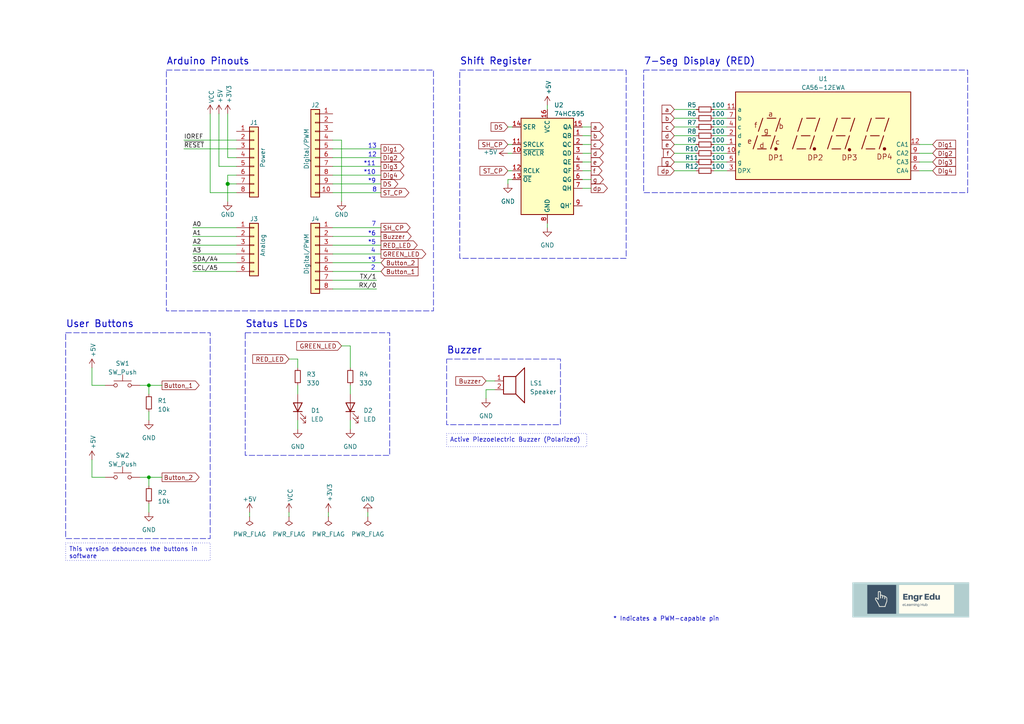
<source format=kicad_sch>
(kicad_sch (version 20230121) (generator eeschema)

  (uuid e63e39d7-6ac0-4ffd-8aa3-1841a4541b55)

  (paper "A4")

  (title_block
    (title "Arduino Uno Shield")
    (date "2023-03-22")
    (rev "1.0")
  )

  (lib_symbols
    (symbol "+5V_1" (power) (pin_names (offset 0)) (in_bom yes) (on_board yes)
      (property "Reference" "#PWR" (at 0 -3.81 0)
        (effects (font (size 1.27 1.27)) hide)
      )
      (property "Value" "+5V_1" (at 0 3.556 0)
        (effects (font (size 1.27 1.27)))
      )
      (property "Footprint" "" (at 0 0 0)
        (effects (font (size 1.27 1.27)) hide)
      )
      (property "Datasheet" "" (at 0 0 0)
        (effects (font (size 1.27 1.27)) hide)
      )
      (property "ki_keywords" "global power" (at 0 0 0)
        (effects (font (size 1.27 1.27)) hide)
      )
      (property "ki_description" "Power symbol creates a global label with name \"+5V\"" (at 0 0 0)
        (effects (font (size 1.27 1.27)) hide)
      )
      (symbol "+5V_1_0_1"
        (polyline
          (pts
            (xy -0.762 1.27)
            (xy 0 2.54)
          )
          (stroke (width 0) (type default))
          (fill (type none))
        )
        (polyline
          (pts
            (xy 0 0)
            (xy 0 2.54)
          )
          (stroke (width 0) (type default))
          (fill (type none))
        )
        (polyline
          (pts
            (xy 0 2.54)
            (xy 0.762 1.27)
          )
          (stroke (width 0) (type default))
          (fill (type none))
        )
      )
      (symbol "+5V_1_1_1"
        (pin power_in line (at 0 0 90) (length 0) hide
          (name "+5V" (effects (font (size 1.27 1.27))))
          (number "1" (effects (font (size 1.27 1.27))))
        )
      )
    )
    (symbol "74xx:74HC595" (in_bom yes) (on_board yes)
      (property "Reference" "U" (at -7.62 13.97 0)
        (effects (font (size 1.27 1.27)))
      )
      (property "Value" "74HC595" (at -7.62 -16.51 0)
        (effects (font (size 1.27 1.27)))
      )
      (property "Footprint" "" (at 0 0 0)
        (effects (font (size 1.27 1.27)) hide)
      )
      (property "Datasheet" "http://www.ti.com/lit/ds/symlink/sn74hc595.pdf" (at 0 0 0)
        (effects (font (size 1.27 1.27)) hide)
      )
      (property "ki_keywords" "HCMOS SR 3State" (at 0 0 0)
        (effects (font (size 1.27 1.27)) hide)
      )
      (property "ki_description" "8-bit serial in/out Shift Register 3-State Outputs" (at 0 0 0)
        (effects (font (size 1.27 1.27)) hide)
      )
      (property "ki_fp_filters" "DIP*W7.62mm* SOIC*3.9x9.9mm*P1.27mm* TSSOP*4.4x5mm*P0.65mm* SOIC*5.3x10.2mm*P1.27mm* SOIC*7.5x10.3mm*P1.27mm*" (at 0 0 0)
        (effects (font (size 1.27 1.27)) hide)
      )
      (symbol "74HC595_1_0"
        (pin tri_state line (at 10.16 7.62 180) (length 2.54)
          (name "QB" (effects (font (size 1.27 1.27))))
          (number "1" (effects (font (size 1.27 1.27))))
        )
        (pin input line (at -10.16 2.54 0) (length 2.54)
          (name "~{SRCLR}" (effects (font (size 1.27 1.27))))
          (number "10" (effects (font (size 1.27 1.27))))
        )
        (pin input line (at -10.16 5.08 0) (length 2.54)
          (name "SRCLK" (effects (font (size 1.27 1.27))))
          (number "11" (effects (font (size 1.27 1.27))))
        )
        (pin input line (at -10.16 -2.54 0) (length 2.54)
          (name "RCLK" (effects (font (size 1.27 1.27))))
          (number "12" (effects (font (size 1.27 1.27))))
        )
        (pin input line (at -10.16 -5.08 0) (length 2.54)
          (name "~{OE}" (effects (font (size 1.27 1.27))))
          (number "13" (effects (font (size 1.27 1.27))))
        )
        (pin input line (at -10.16 10.16 0) (length 2.54)
          (name "SER" (effects (font (size 1.27 1.27))))
          (number "14" (effects (font (size 1.27 1.27))))
        )
        (pin tri_state line (at 10.16 10.16 180) (length 2.54)
          (name "QA" (effects (font (size 1.27 1.27))))
          (number "15" (effects (font (size 1.27 1.27))))
        )
        (pin power_in line (at 0 15.24 270) (length 2.54)
          (name "VCC" (effects (font (size 1.27 1.27))))
          (number "16" (effects (font (size 1.27 1.27))))
        )
        (pin tri_state line (at 10.16 5.08 180) (length 2.54)
          (name "QC" (effects (font (size 1.27 1.27))))
          (number "2" (effects (font (size 1.27 1.27))))
        )
        (pin tri_state line (at 10.16 2.54 180) (length 2.54)
          (name "QD" (effects (font (size 1.27 1.27))))
          (number "3" (effects (font (size 1.27 1.27))))
        )
        (pin tri_state line (at 10.16 0 180) (length 2.54)
          (name "QE" (effects (font (size 1.27 1.27))))
          (number "4" (effects (font (size 1.27 1.27))))
        )
        (pin tri_state line (at 10.16 -2.54 180) (length 2.54)
          (name "QF" (effects (font (size 1.27 1.27))))
          (number "5" (effects (font (size 1.27 1.27))))
        )
        (pin tri_state line (at 10.16 -5.08 180) (length 2.54)
          (name "QG" (effects (font (size 1.27 1.27))))
          (number "6" (effects (font (size 1.27 1.27))))
        )
        (pin tri_state line (at 10.16 -7.62 180) (length 2.54)
          (name "QH" (effects (font (size 1.27 1.27))))
          (number "7" (effects (font (size 1.27 1.27))))
        )
        (pin power_in line (at 0 -17.78 90) (length 2.54)
          (name "GND" (effects (font (size 1.27 1.27))))
          (number "8" (effects (font (size 1.27 1.27))))
        )
        (pin output line (at 10.16 -12.7 180) (length 2.54)
          (name "QH'" (effects (font (size 1.27 1.27))))
          (number "9" (effects (font (size 1.27 1.27))))
        )
      )
      (symbol "74HC595_1_1"
        (rectangle (start -7.62 12.7) (end 7.62 -15.24)
          (stroke (width 0.254) (type default))
          (fill (type background))
        )
      )
    )
    (symbol "Connector_Generic:Conn_01x06" (pin_names (offset 1.016) hide) (in_bom yes) (on_board yes)
      (property "Reference" "J" (at 0 7.62 0)
        (effects (font (size 1.27 1.27)))
      )
      (property "Value" "Conn_01x06" (at 0 -10.16 0)
        (effects (font (size 1.27 1.27)))
      )
      (property "Footprint" "" (at 0 0 0)
        (effects (font (size 1.27 1.27)) hide)
      )
      (property "Datasheet" "~" (at 0 0 0)
        (effects (font (size 1.27 1.27)) hide)
      )
      (property "ki_keywords" "connector" (at 0 0 0)
        (effects (font (size 1.27 1.27)) hide)
      )
      (property "ki_description" "Generic connector, single row, 01x06, script generated (kicad-library-utils/schlib/autogen/connector/)" (at 0 0 0)
        (effects (font (size 1.27 1.27)) hide)
      )
      (property "ki_fp_filters" "Connector*:*_1x??_*" (at 0 0 0)
        (effects (font (size 1.27 1.27)) hide)
      )
      (symbol "Conn_01x06_1_1"
        (rectangle (start -1.27 -7.493) (end 0 -7.747)
          (stroke (width 0.1524) (type default))
          (fill (type none))
        )
        (rectangle (start -1.27 -4.953) (end 0 -5.207)
          (stroke (width 0.1524) (type default))
          (fill (type none))
        )
        (rectangle (start -1.27 -2.413) (end 0 -2.667)
          (stroke (width 0.1524) (type default))
          (fill (type none))
        )
        (rectangle (start -1.27 0.127) (end 0 -0.127)
          (stroke (width 0.1524) (type default))
          (fill (type none))
        )
        (rectangle (start -1.27 2.667) (end 0 2.413)
          (stroke (width 0.1524) (type default))
          (fill (type none))
        )
        (rectangle (start -1.27 5.207) (end 0 4.953)
          (stroke (width 0.1524) (type default))
          (fill (type none))
        )
        (rectangle (start -1.27 6.35) (end 1.27 -8.89)
          (stroke (width 0.254) (type default))
          (fill (type background))
        )
        (pin passive line (at -5.08 5.08 0) (length 3.81)
          (name "Pin_1" (effects (font (size 1.27 1.27))))
          (number "1" (effects (font (size 1.27 1.27))))
        )
        (pin passive line (at -5.08 2.54 0) (length 3.81)
          (name "Pin_2" (effects (font (size 1.27 1.27))))
          (number "2" (effects (font (size 1.27 1.27))))
        )
        (pin passive line (at -5.08 0 0) (length 3.81)
          (name "Pin_3" (effects (font (size 1.27 1.27))))
          (number "3" (effects (font (size 1.27 1.27))))
        )
        (pin passive line (at -5.08 -2.54 0) (length 3.81)
          (name "Pin_4" (effects (font (size 1.27 1.27))))
          (number "4" (effects (font (size 1.27 1.27))))
        )
        (pin passive line (at -5.08 -5.08 0) (length 3.81)
          (name "Pin_5" (effects (font (size 1.27 1.27))))
          (number "5" (effects (font (size 1.27 1.27))))
        )
        (pin passive line (at -5.08 -7.62 0) (length 3.81)
          (name "Pin_6" (effects (font (size 1.27 1.27))))
          (number "6" (effects (font (size 1.27 1.27))))
        )
      )
    )
    (symbol "Connector_Generic:Conn_01x08" (pin_names (offset 1.016) hide) (in_bom yes) (on_board yes)
      (property "Reference" "J" (at 0 10.16 0)
        (effects (font (size 1.27 1.27)))
      )
      (property "Value" "Conn_01x08" (at 0 -12.7 0)
        (effects (font (size 1.27 1.27)))
      )
      (property "Footprint" "" (at 0 0 0)
        (effects (font (size 1.27 1.27)) hide)
      )
      (property "Datasheet" "~" (at 0 0 0)
        (effects (font (size 1.27 1.27)) hide)
      )
      (property "ki_keywords" "connector" (at 0 0 0)
        (effects (font (size 1.27 1.27)) hide)
      )
      (property "ki_description" "Generic connector, single row, 01x08, script generated (kicad-library-utils/schlib/autogen/connector/)" (at 0 0 0)
        (effects (font (size 1.27 1.27)) hide)
      )
      (property "ki_fp_filters" "Connector*:*_1x??_*" (at 0 0 0)
        (effects (font (size 1.27 1.27)) hide)
      )
      (symbol "Conn_01x08_1_1"
        (rectangle (start -1.27 -10.033) (end 0 -10.287)
          (stroke (width 0.1524) (type default))
          (fill (type none))
        )
        (rectangle (start -1.27 -7.493) (end 0 -7.747)
          (stroke (width 0.1524) (type default))
          (fill (type none))
        )
        (rectangle (start -1.27 -4.953) (end 0 -5.207)
          (stroke (width 0.1524) (type default))
          (fill (type none))
        )
        (rectangle (start -1.27 -2.413) (end 0 -2.667)
          (stroke (width 0.1524) (type default))
          (fill (type none))
        )
        (rectangle (start -1.27 0.127) (end 0 -0.127)
          (stroke (width 0.1524) (type default))
          (fill (type none))
        )
        (rectangle (start -1.27 2.667) (end 0 2.413)
          (stroke (width 0.1524) (type default))
          (fill (type none))
        )
        (rectangle (start -1.27 5.207) (end 0 4.953)
          (stroke (width 0.1524) (type default))
          (fill (type none))
        )
        (rectangle (start -1.27 7.747) (end 0 7.493)
          (stroke (width 0.1524) (type default))
          (fill (type none))
        )
        (rectangle (start -1.27 8.89) (end 1.27 -11.43)
          (stroke (width 0.254) (type default))
          (fill (type background))
        )
        (pin passive line (at -5.08 7.62 0) (length 3.81)
          (name "Pin_1" (effects (font (size 1.27 1.27))))
          (number "1" (effects (font (size 1.27 1.27))))
        )
        (pin passive line (at -5.08 5.08 0) (length 3.81)
          (name "Pin_2" (effects (font (size 1.27 1.27))))
          (number "2" (effects (font (size 1.27 1.27))))
        )
        (pin passive line (at -5.08 2.54 0) (length 3.81)
          (name "Pin_3" (effects (font (size 1.27 1.27))))
          (number "3" (effects (font (size 1.27 1.27))))
        )
        (pin passive line (at -5.08 0 0) (length 3.81)
          (name "Pin_4" (effects (font (size 1.27 1.27))))
          (number "4" (effects (font (size 1.27 1.27))))
        )
        (pin passive line (at -5.08 -2.54 0) (length 3.81)
          (name "Pin_5" (effects (font (size 1.27 1.27))))
          (number "5" (effects (font (size 1.27 1.27))))
        )
        (pin passive line (at -5.08 -5.08 0) (length 3.81)
          (name "Pin_6" (effects (font (size 1.27 1.27))))
          (number "6" (effects (font (size 1.27 1.27))))
        )
        (pin passive line (at -5.08 -7.62 0) (length 3.81)
          (name "Pin_7" (effects (font (size 1.27 1.27))))
          (number "7" (effects (font (size 1.27 1.27))))
        )
        (pin passive line (at -5.08 -10.16 0) (length 3.81)
          (name "Pin_8" (effects (font (size 1.27 1.27))))
          (number "8" (effects (font (size 1.27 1.27))))
        )
      )
    )
    (symbol "Connector_Generic:Conn_01x10" (pin_names (offset 1.016) hide) (in_bom yes) (on_board yes)
      (property "Reference" "J" (at 0 12.7 0)
        (effects (font (size 1.27 1.27)))
      )
      (property "Value" "Conn_01x10" (at 0 -15.24 0)
        (effects (font (size 1.27 1.27)))
      )
      (property "Footprint" "" (at 0 0 0)
        (effects (font (size 1.27 1.27)) hide)
      )
      (property "Datasheet" "~" (at 0 0 0)
        (effects (font (size 1.27 1.27)) hide)
      )
      (property "ki_keywords" "connector" (at 0 0 0)
        (effects (font (size 1.27 1.27)) hide)
      )
      (property "ki_description" "Generic connector, single row, 01x10, script generated (kicad-library-utils/schlib/autogen/connector/)" (at 0 0 0)
        (effects (font (size 1.27 1.27)) hide)
      )
      (property "ki_fp_filters" "Connector*:*_1x??_*" (at 0 0 0)
        (effects (font (size 1.27 1.27)) hide)
      )
      (symbol "Conn_01x10_1_1"
        (rectangle (start -1.27 -12.573) (end 0 -12.827)
          (stroke (width 0.1524) (type default))
          (fill (type none))
        )
        (rectangle (start -1.27 -10.033) (end 0 -10.287)
          (stroke (width 0.1524) (type default))
          (fill (type none))
        )
        (rectangle (start -1.27 -7.493) (end 0 -7.747)
          (stroke (width 0.1524) (type default))
          (fill (type none))
        )
        (rectangle (start -1.27 -4.953) (end 0 -5.207)
          (stroke (width 0.1524) (type default))
          (fill (type none))
        )
        (rectangle (start -1.27 -2.413) (end 0 -2.667)
          (stroke (width 0.1524) (type default))
          (fill (type none))
        )
        (rectangle (start -1.27 0.127) (end 0 -0.127)
          (stroke (width 0.1524) (type default))
          (fill (type none))
        )
        (rectangle (start -1.27 2.667) (end 0 2.413)
          (stroke (width 0.1524) (type default))
          (fill (type none))
        )
        (rectangle (start -1.27 5.207) (end 0 4.953)
          (stroke (width 0.1524) (type default))
          (fill (type none))
        )
        (rectangle (start -1.27 7.747) (end 0 7.493)
          (stroke (width 0.1524) (type default))
          (fill (type none))
        )
        (rectangle (start -1.27 10.287) (end 0 10.033)
          (stroke (width 0.1524) (type default))
          (fill (type none))
        )
        (rectangle (start -1.27 11.43) (end 1.27 -13.97)
          (stroke (width 0.254) (type default))
          (fill (type background))
        )
        (pin passive line (at -5.08 10.16 0) (length 3.81)
          (name "Pin_1" (effects (font (size 1.27 1.27))))
          (number "1" (effects (font (size 1.27 1.27))))
        )
        (pin passive line (at -5.08 -12.7 0) (length 3.81)
          (name "Pin_10" (effects (font (size 1.27 1.27))))
          (number "10" (effects (font (size 1.27 1.27))))
        )
        (pin passive line (at -5.08 7.62 0) (length 3.81)
          (name "Pin_2" (effects (font (size 1.27 1.27))))
          (number "2" (effects (font (size 1.27 1.27))))
        )
        (pin passive line (at -5.08 5.08 0) (length 3.81)
          (name "Pin_3" (effects (font (size 1.27 1.27))))
          (number "3" (effects (font (size 1.27 1.27))))
        )
        (pin passive line (at -5.08 2.54 0) (length 3.81)
          (name "Pin_4" (effects (font (size 1.27 1.27))))
          (number "4" (effects (font (size 1.27 1.27))))
        )
        (pin passive line (at -5.08 0 0) (length 3.81)
          (name "Pin_5" (effects (font (size 1.27 1.27))))
          (number "5" (effects (font (size 1.27 1.27))))
        )
        (pin passive line (at -5.08 -2.54 0) (length 3.81)
          (name "Pin_6" (effects (font (size 1.27 1.27))))
          (number "6" (effects (font (size 1.27 1.27))))
        )
        (pin passive line (at -5.08 -5.08 0) (length 3.81)
          (name "Pin_7" (effects (font (size 1.27 1.27))))
          (number "7" (effects (font (size 1.27 1.27))))
        )
        (pin passive line (at -5.08 -7.62 0) (length 3.81)
          (name "Pin_8" (effects (font (size 1.27 1.27))))
          (number "8" (effects (font (size 1.27 1.27))))
        )
        (pin passive line (at -5.08 -10.16 0) (length 3.81)
          (name "Pin_9" (effects (font (size 1.27 1.27))))
          (number "9" (effects (font (size 1.27 1.27))))
        )
      )
    )
    (symbol "Device:LED" (pin_numbers hide) (pin_names (offset 1.016) hide) (in_bom yes) (on_board yes)
      (property "Reference" "D" (at 0 2.54 0)
        (effects (font (size 1.27 1.27)))
      )
      (property "Value" "LED" (at 0 -2.54 0)
        (effects (font (size 1.27 1.27)))
      )
      (property "Footprint" "" (at 0 0 0)
        (effects (font (size 1.27 1.27)) hide)
      )
      (property "Datasheet" "~" (at 0 0 0)
        (effects (font (size 1.27 1.27)) hide)
      )
      (property "ki_keywords" "LED diode" (at 0 0 0)
        (effects (font (size 1.27 1.27)) hide)
      )
      (property "ki_description" "Light emitting diode" (at 0 0 0)
        (effects (font (size 1.27 1.27)) hide)
      )
      (property "ki_fp_filters" "LED* LED_SMD:* LED_THT:*" (at 0 0 0)
        (effects (font (size 1.27 1.27)) hide)
      )
      (symbol "LED_0_1"
        (polyline
          (pts
            (xy -1.27 -1.27)
            (xy -1.27 1.27)
          )
          (stroke (width 0.254) (type default))
          (fill (type none))
        )
        (polyline
          (pts
            (xy -1.27 0)
            (xy 1.27 0)
          )
          (stroke (width 0) (type default))
          (fill (type none))
        )
        (polyline
          (pts
            (xy 1.27 -1.27)
            (xy 1.27 1.27)
            (xy -1.27 0)
            (xy 1.27 -1.27)
          )
          (stroke (width 0.254) (type default))
          (fill (type none))
        )
        (polyline
          (pts
            (xy -3.048 -0.762)
            (xy -4.572 -2.286)
            (xy -3.81 -2.286)
            (xy -4.572 -2.286)
            (xy -4.572 -1.524)
          )
          (stroke (width 0) (type default))
          (fill (type none))
        )
        (polyline
          (pts
            (xy -1.778 -0.762)
            (xy -3.302 -2.286)
            (xy -2.54 -2.286)
            (xy -3.302 -2.286)
            (xy -3.302 -1.524)
          )
          (stroke (width 0) (type default))
          (fill (type none))
        )
      )
      (symbol "LED_1_1"
        (pin passive line (at -3.81 0 0) (length 2.54)
          (name "K" (effects (font (size 1.27 1.27))))
          (number "1" (effects (font (size 1.27 1.27))))
        )
        (pin passive line (at 3.81 0 180) (length 2.54)
          (name "A" (effects (font (size 1.27 1.27))))
          (number "2" (effects (font (size 1.27 1.27))))
        )
      )
    )
    (symbol "Device:R_Small" (pin_numbers hide) (pin_names (offset 0.254) hide) (in_bom yes) (on_board yes)
      (property "Reference" "R" (at 0.762 0.508 0)
        (effects (font (size 1.27 1.27)) (justify left))
      )
      (property "Value" "R_Small" (at 0.762 -1.016 0)
        (effects (font (size 1.27 1.27)) (justify left))
      )
      (property "Footprint" "" (at 0 0 0)
        (effects (font (size 1.27 1.27)) hide)
      )
      (property "Datasheet" "~" (at 0 0 0)
        (effects (font (size 1.27 1.27)) hide)
      )
      (property "ki_keywords" "R resistor" (at 0 0 0)
        (effects (font (size 1.27 1.27)) hide)
      )
      (property "ki_description" "Resistor, small symbol" (at 0 0 0)
        (effects (font (size 1.27 1.27)) hide)
      )
      (property "ki_fp_filters" "R_*" (at 0 0 0)
        (effects (font (size 1.27 1.27)) hide)
      )
      (symbol "R_Small_0_1"
        (rectangle (start -0.762 1.778) (end 0.762 -1.778)
          (stroke (width 0.2032) (type default))
          (fill (type none))
        )
      )
      (symbol "R_Small_1_1"
        (pin passive line (at 0 2.54 270) (length 0.762)
          (name "~" (effects (font (size 1.27 1.27))))
          (number "1" (effects (font (size 1.27 1.27))))
        )
        (pin passive line (at 0 -2.54 90) (length 0.762)
          (name "~" (effects (font (size 1.27 1.27))))
          (number "2" (effects (font (size 1.27 1.27))))
        )
      )
    )
    (symbol "Device:Speaker" (pin_names (offset 0) hide) (in_bom yes) (on_board yes)
      (property "Reference" "LS" (at 1.27 5.715 0)
        (effects (font (size 1.27 1.27)) (justify right))
      )
      (property "Value" "Speaker" (at 1.27 3.81 0)
        (effects (font (size 1.27 1.27)) (justify right))
      )
      (property "Footprint" "" (at 0 -5.08 0)
        (effects (font (size 1.27 1.27)) hide)
      )
      (property "Datasheet" "~" (at -0.254 -1.27 0)
        (effects (font (size 1.27 1.27)) hide)
      )
      (property "ki_keywords" "speaker sound" (at 0 0 0)
        (effects (font (size 1.27 1.27)) hide)
      )
      (property "ki_description" "Speaker" (at 0 0 0)
        (effects (font (size 1.27 1.27)) hide)
      )
      (symbol "Speaker_0_0"
        (rectangle (start -2.54 1.27) (end 1.016 -3.81)
          (stroke (width 0.254) (type default))
          (fill (type none))
        )
        (polyline
          (pts
            (xy 1.016 1.27)
            (xy 3.556 3.81)
            (xy 3.556 -6.35)
            (xy 1.016 -3.81)
          )
          (stroke (width 0.254) (type default))
          (fill (type none))
        )
      )
      (symbol "Speaker_1_1"
        (pin input line (at -5.08 0 0) (length 2.54)
          (name "1" (effects (font (size 1.27 1.27))))
          (number "1" (effects (font (size 1.27 1.27))))
        )
        (pin input line (at -5.08 -2.54 0) (length 2.54)
          (name "2" (effects (font (size 1.27 1.27))))
          (number "2" (effects (font (size 1.27 1.27))))
        )
      )
    )
    (symbol "Display_Character:CA56-12EWA" (in_bom yes) (on_board yes)
      (property "Reference" "U" (at -24.13 13.97 0)
        (effects (font (size 1.27 1.27)))
      )
      (property "Value" "CA56-12EWA" (at 19.05 13.97 0)
        (effects (font (size 1.27 1.27)))
      )
      (property "Footprint" "Display_7Segment:CA56-12EWA" (at 0 -15.24 0)
        (effects (font (size 1.27 1.27)) hide)
      )
      (property "Datasheet" "http://www.kingbrightusa.com/images/catalog/SPEC/CA56-12EWA.pdf" (at -10.922 0.762 0)
        (effects (font (size 1.27 1.27)) hide)
      )
      (property "ki_keywords" "display LED 7-segment" (at 0 0 0)
        (effects (font (size 1.27 1.27)) hide)
      )
      (property "ki_description" "4 digit 7 segment high efficiency red LED, common anode" (at 0 0 0)
        (effects (font (size 1.27 1.27)) hide)
      )
      (property "ki_fp_filters" "*CA56*12EWA*" (at 0 0 0)
        (effects (font (size 1.27 1.27)) hide)
      )
      (symbol "CA56-12EWA_0_0"
        (rectangle (start -25.4 12.7) (end 25.4 -12.7)
          (stroke (width 0.254) (type default))
          (fill (type background))
        )
        (polyline
          (pts
            (xy -20.32 -3.81)
            (xy -19.05 0)
          )
          (stroke (width 0.254) (type default))
          (fill (type none))
        )
        (polyline
          (pts
            (xy -19.05 -3.81)
            (xy -16.51 -3.81)
          )
          (stroke (width 0.254) (type default))
          (fill (type none))
        )
        (polyline
          (pts
            (xy -18.796 1.27)
            (xy -17.526 5.08)
          )
          (stroke (width 0.254) (type default))
          (fill (type none))
        )
        (polyline
          (pts
            (xy -17.78 0)
            (xy -15.24 0)
          )
          (stroke (width 0.254) (type default))
          (fill (type none))
        )
        (polyline
          (pts
            (xy -16.256 5.08)
            (xy -13.716 5.08)
          )
          (stroke (width 0.254) (type default))
          (fill (type none))
        )
        (polyline
          (pts
            (xy -15.24 -3.81)
            (xy -13.97 0)
          )
          (stroke (width 0.254) (type default))
          (fill (type none))
        )
        (polyline
          (pts
            (xy -13.716 1.27)
            (xy -12.446 5.08)
          )
          (stroke (width 0.254) (type default))
          (fill (type none))
        )
        (polyline
          (pts
            (xy -8.89 -3.81)
            (xy -7.62 0)
          )
          (stroke (width 0.254) (type default))
          (fill (type none))
        )
        (polyline
          (pts
            (xy -7.62 -3.81)
            (xy -5.08 -3.81)
          )
          (stroke (width 0.254) (type default))
          (fill (type none))
        )
        (polyline
          (pts
            (xy -7.366 1.27)
            (xy -6.096 5.08)
          )
          (stroke (width 0.254) (type default))
          (fill (type none))
        )
        (polyline
          (pts
            (xy -6.35 0)
            (xy -3.81 0)
          )
          (stroke (width 0.254) (type default))
          (fill (type none))
        )
        (polyline
          (pts
            (xy -4.826 5.08)
            (xy -2.286 5.08)
          )
          (stroke (width 0.254) (type default))
          (fill (type none))
        )
        (polyline
          (pts
            (xy -3.81 -3.81)
            (xy -2.54 0)
          )
          (stroke (width 0.254) (type default))
          (fill (type none))
        )
        (polyline
          (pts
            (xy -2.286 1.27)
            (xy -1.016 5.08)
          )
          (stroke (width 0.254) (type default))
          (fill (type none))
        )
        (polyline
          (pts
            (xy 1.27 -3.81)
            (xy 2.54 0)
          )
          (stroke (width 0.254) (type default))
          (fill (type none))
        )
        (polyline
          (pts
            (xy 2.54 -3.81)
            (xy 5.08 -3.81)
          )
          (stroke (width 0.254) (type default))
          (fill (type none))
        )
        (polyline
          (pts
            (xy 2.794 1.27)
            (xy 4.064 5.08)
          )
          (stroke (width 0.254) (type default))
          (fill (type none))
        )
        (polyline
          (pts
            (xy 3.81 0)
            (xy 6.35 0)
          )
          (stroke (width 0.254) (type default))
          (fill (type none))
        )
        (polyline
          (pts
            (xy 5.334 5.08)
            (xy 7.874 5.08)
          )
          (stroke (width 0.254) (type default))
          (fill (type none))
        )
        (polyline
          (pts
            (xy 6.35 -3.81)
            (xy 7.62 0)
          )
          (stroke (width 0.254) (type default))
          (fill (type none))
        )
        (polyline
          (pts
            (xy 7.874 1.27)
            (xy 9.144 5.08)
          )
          (stroke (width 0.254) (type default))
          (fill (type none))
        )
        (polyline
          (pts
            (xy 11.176 -3.81)
            (xy 12.446 0)
          )
          (stroke (width 0.254) (type default))
          (fill (type none))
        )
        (polyline
          (pts
            (xy 12.446 -3.81)
            (xy 14.986 -3.81)
          )
          (stroke (width 0.254) (type default))
          (fill (type none))
        )
        (polyline
          (pts
            (xy 12.7 1.27)
            (xy 13.97 5.08)
          )
          (stroke (width 0.254) (type default))
          (fill (type none))
        )
        (polyline
          (pts
            (xy 13.716 0)
            (xy 16.256 0)
          )
          (stroke (width 0.254) (type default))
          (fill (type none))
        )
        (polyline
          (pts
            (xy 15.24 5.08)
            (xy 17.78 5.08)
          )
          (stroke (width 0.254) (type default))
          (fill (type none))
        )
        (polyline
          (pts
            (xy 16.256 -3.81)
            (xy 17.526 0)
          )
          (stroke (width 0.254) (type default))
          (fill (type none))
        )
        (polyline
          (pts
            (xy 17.78 1.27)
            (xy 19.05 5.08)
          )
          (stroke (width 0.254) (type default))
          (fill (type none))
        )
        (text "a" (at -15.24 6.35 0)
          (effects (font (size 1.524 1.524)))
        )
        (text "b" (at -12.192 2.794 0)
          (effects (font (size 1.524 1.524)))
        )
        (text "c" (at -13.208 -1.778 0)
          (effects (font (size 1.524 1.524)))
        )
        (text "d" (at -17.78 -2.794 0)
          (effects (font (size 1.524 1.524)))
        )
        (text "DP1" (at -13.716 -6.35 0)
          (effects (font (size 1.524 1.524)))
        )
        (text "DP2" (at -2.286 -6.35 0)
          (effects (font (size 1.524 1.524)))
        )
        (text "DP3" (at 7.62 -6.35 0)
          (effects (font (size 1.524 1.524)))
        )
        (text "DP4" (at 17.78 -6.096 0)
          (effects (font (size 1.524 1.524)))
        )
        (text "e" (at -21.336 -1.524 0)
          (effects (font (size 1.524 1.524)))
        )
        (text "f" (at -19.558 3.048 0)
          (effects (font (size 1.524 1.524)))
        )
        (text "g" (at -16.51 1.524 0)
          (effects (font (size 1.524 1.524)))
        )
      )
      (symbol "CA56-12EWA_0_1"
        (circle (center -13.716 -3.81) (radius 0.3556)
          (stroke (width 0.254) (type default))
          (fill (type outline))
        )
        (circle (center -2.54 -3.81) (radius 0.3556)
          (stroke (width 0.254) (type default))
          (fill (type outline))
        )
      )
      (symbol "CA56-12EWA_1_0"
        (circle (center 7.62 -4.064) (radius 0.3556)
          (stroke (width 0.254) (type default))
          (fill (type outline))
        )
        (circle (center 17.78 -3.81) (radius 0.3556)
          (stroke (width 0.254) (type default))
          (fill (type outline))
        )
      )
      (symbol "CA56-12EWA_1_1"
        (pin input line (at -27.94 -2.54 0) (length 2.54)
          (name "e" (effects (font (size 1.27 1.27))))
          (number "1" (effects (font (size 1.27 1.27))))
        )
        (pin input line (at -27.94 -5.08 0) (length 2.54)
          (name "f" (effects (font (size 1.27 1.27))))
          (number "10" (effects (font (size 1.27 1.27))))
        )
        (pin input line (at -27.94 7.62 0) (length 2.54)
          (name "a" (effects (font (size 1.27 1.27))))
          (number "11" (effects (font (size 1.27 1.27))))
        )
        (pin input line (at 27.94 -2.54 180) (length 2.54)
          (name "CA1" (effects (font (size 1.27 1.27))))
          (number "12" (effects (font (size 1.27 1.27))))
        )
        (pin input line (at -27.94 0 0) (length 2.54)
          (name "d" (effects (font (size 1.27 1.27))))
          (number "2" (effects (font (size 1.27 1.27))))
        )
        (pin input line (at -27.94 -10.16 0) (length 2.54)
          (name "DPX" (effects (font (size 1.27 1.27))))
          (number "3" (effects (font (size 1.27 1.27))))
        )
        (pin input line (at -27.94 2.54 0) (length 2.54)
          (name "c" (effects (font (size 1.27 1.27))))
          (number "4" (effects (font (size 1.27 1.27))))
        )
        (pin input line (at -27.94 -7.62 0) (length 2.54)
          (name "g" (effects (font (size 1.27 1.27))))
          (number "5" (effects (font (size 1.27 1.27))))
        )
        (pin input line (at 27.94 -10.16 180) (length 2.54)
          (name "CA4" (effects (font (size 1.27 1.27))))
          (number "6" (effects (font (size 1.27 1.27))))
        )
        (pin input line (at -27.94 5.08 0) (length 2.54)
          (name "b" (effects (font (size 1.27 1.27))))
          (number "7" (effects (font (size 1.27 1.27))))
        )
        (pin input line (at 27.94 -7.62 180) (length 2.54)
          (name "CA3" (effects (font (size 1.27 1.27))))
          (number "8" (effects (font (size 1.27 1.27))))
        )
        (pin input line (at 27.94 -5.08 180) (length 2.54)
          (name "CA2" (effects (font (size 1.27 1.27))))
          (number "9" (effects (font (size 1.27 1.27))))
        )
      )
    )
    (symbol "GND_1" (power) (pin_names (offset 0)) (in_bom yes) (on_board yes)
      (property "Reference" "#PWR" (at 0 -6.35 0)
        (effects (font (size 1.27 1.27)) hide)
      )
      (property "Value" "GND_1" (at 0 -3.81 0)
        (effects (font (size 1.27 1.27)))
      )
      (property "Footprint" "" (at 0 0 0)
        (effects (font (size 1.27 1.27)) hide)
      )
      (property "Datasheet" "" (at 0 0 0)
        (effects (font (size 1.27 1.27)) hide)
      )
      (property "ki_keywords" "global power" (at 0 0 0)
        (effects (font (size 1.27 1.27)) hide)
      )
      (property "ki_description" "Power symbol creates a global label with name \"GND\" , ground" (at 0 0 0)
        (effects (font (size 1.27 1.27)) hide)
      )
      (symbol "GND_1_0_1"
        (polyline
          (pts
            (xy 0 0)
            (xy 0 -1.27)
            (xy 1.27 -1.27)
            (xy 0 -2.54)
            (xy -1.27 -1.27)
            (xy 0 -1.27)
          )
          (stroke (width 0) (type default))
          (fill (type none))
        )
      )
      (symbol "GND_1_1_1"
        (pin power_in line (at 0 0 270) (length 0) hide
          (name "GND" (effects (font (size 1.27 1.27))))
          (number "1" (effects (font (size 1.27 1.27))))
        )
      )
    )
    (symbol "GND_2" (power) (pin_names (offset 0)) (in_bom yes) (on_board yes)
      (property "Reference" "#PWR" (at 0 -6.35 0)
        (effects (font (size 1.27 1.27)) hide)
      )
      (property "Value" "GND_2" (at 0 -3.81 0)
        (effects (font (size 1.27 1.27)))
      )
      (property "Footprint" "" (at 0 0 0)
        (effects (font (size 1.27 1.27)) hide)
      )
      (property "Datasheet" "" (at 0 0 0)
        (effects (font (size 1.27 1.27)) hide)
      )
      (property "ki_keywords" "global power" (at 0 0 0)
        (effects (font (size 1.27 1.27)) hide)
      )
      (property "ki_description" "Power symbol creates a global label with name \"GND\" , ground" (at 0 0 0)
        (effects (font (size 1.27 1.27)) hide)
      )
      (symbol "GND_2_0_1"
        (polyline
          (pts
            (xy 0 0)
            (xy 0 -1.27)
            (xy 1.27 -1.27)
            (xy 0 -2.54)
            (xy -1.27 -1.27)
            (xy 0 -1.27)
          )
          (stroke (width 0) (type default))
          (fill (type none))
        )
      )
      (symbol "GND_2_1_1"
        (pin power_in line (at 0 0 270) (length 0) hide
          (name "GND" (effects (font (size 1.27 1.27))))
          (number "1" (effects (font (size 1.27 1.27))))
        )
      )
    )
    (symbol "GND_3" (power) (pin_names (offset 0)) (in_bom yes) (on_board yes)
      (property "Reference" "#PWR" (at 0 -6.35 0)
        (effects (font (size 1.27 1.27)) hide)
      )
      (property "Value" "GND_3" (at 0 -3.81 0)
        (effects (font (size 1.27 1.27)))
      )
      (property "Footprint" "" (at 0 0 0)
        (effects (font (size 1.27 1.27)) hide)
      )
      (property "Datasheet" "" (at 0 0 0)
        (effects (font (size 1.27 1.27)) hide)
      )
      (property "ki_keywords" "global power" (at 0 0 0)
        (effects (font (size 1.27 1.27)) hide)
      )
      (property "ki_description" "Power symbol creates a global label with name \"GND\" , ground" (at 0 0 0)
        (effects (font (size 1.27 1.27)) hide)
      )
      (symbol "GND_3_0_1"
        (polyline
          (pts
            (xy 0 0)
            (xy 0 -1.27)
            (xy 1.27 -1.27)
            (xy 0 -2.54)
            (xy -1.27 -1.27)
            (xy 0 -1.27)
          )
          (stroke (width 0) (type default))
          (fill (type none))
        )
      )
      (symbol "GND_3_1_1"
        (pin power_in line (at 0 0 270) (length 0) hide
          (name "GND" (effects (font (size 1.27 1.27))))
          (number "1" (effects (font (size 1.27 1.27))))
        )
      )
    )
    (symbol "Switch:SW_Push" (pin_numbers hide) (pin_names (offset 1.016) hide) (in_bom yes) (on_board yes)
      (property "Reference" "SW" (at 1.27 2.54 0)
        (effects (font (size 1.27 1.27)) (justify left))
      )
      (property "Value" "SW_Push" (at 0 -1.524 0)
        (effects (font (size 1.27 1.27)))
      )
      (property "Footprint" "" (at 0 5.08 0)
        (effects (font (size 1.27 1.27)) hide)
      )
      (property "Datasheet" "~" (at 0 5.08 0)
        (effects (font (size 1.27 1.27)) hide)
      )
      (property "ki_keywords" "switch normally-open pushbutton push-button" (at 0 0 0)
        (effects (font (size 1.27 1.27)) hide)
      )
      (property "ki_description" "Push button switch, generic, two pins" (at 0 0 0)
        (effects (font (size 1.27 1.27)) hide)
      )
      (symbol "SW_Push_0_1"
        (circle (center -2.032 0) (radius 0.508)
          (stroke (width 0) (type default))
          (fill (type none))
        )
        (polyline
          (pts
            (xy 0 1.27)
            (xy 0 3.048)
          )
          (stroke (width 0) (type default))
          (fill (type none))
        )
        (polyline
          (pts
            (xy 2.54 1.27)
            (xy -2.54 1.27)
          )
          (stroke (width 0) (type default))
          (fill (type none))
        )
        (circle (center 2.032 0) (radius 0.508)
          (stroke (width 0) (type default))
          (fill (type none))
        )
        (pin passive line (at -5.08 0 0) (length 2.54)
          (name "1" (effects (font (size 1.27 1.27))))
          (number "1" (effects (font (size 1.27 1.27))))
        )
        (pin passive line (at 5.08 0 180) (length 2.54)
          (name "2" (effects (font (size 1.27 1.27))))
          (number "2" (effects (font (size 1.27 1.27))))
        )
      )
    )
    (symbol "power:+3V3" (power) (pin_names (offset 0)) (in_bom yes) (on_board yes)
      (property "Reference" "#PWR" (at 0 -3.81 0)
        (effects (font (size 1.27 1.27)) hide)
      )
      (property "Value" "+3V3" (at 0 3.556 0)
        (effects (font (size 1.27 1.27)))
      )
      (property "Footprint" "" (at 0 0 0)
        (effects (font (size 1.27 1.27)) hide)
      )
      (property "Datasheet" "" (at 0 0 0)
        (effects (font (size 1.27 1.27)) hide)
      )
      (property "ki_keywords" "power-flag" (at 0 0 0)
        (effects (font (size 1.27 1.27)) hide)
      )
      (property "ki_description" "Power symbol creates a global label with name \"+3V3\"" (at 0 0 0)
        (effects (font (size 1.27 1.27)) hide)
      )
      (symbol "+3V3_0_1"
        (polyline
          (pts
            (xy -0.762 1.27)
            (xy 0 2.54)
          )
          (stroke (width 0) (type default))
          (fill (type none))
        )
        (polyline
          (pts
            (xy 0 0)
            (xy 0 2.54)
          )
          (stroke (width 0) (type default))
          (fill (type none))
        )
        (polyline
          (pts
            (xy 0 2.54)
            (xy 0.762 1.27)
          )
          (stroke (width 0) (type default))
          (fill (type none))
        )
      )
      (symbol "+3V3_1_1"
        (pin power_in line (at 0 0 90) (length 0) hide
          (name "+3V3" (effects (font (size 1.27 1.27))))
          (number "1" (effects (font (size 1.27 1.27))))
        )
      )
    )
    (symbol "power:+5V" (power) (pin_names (offset 0)) (in_bom yes) (on_board yes)
      (property "Reference" "#PWR" (at 0 -3.81 0)
        (effects (font (size 1.27 1.27)) hide)
      )
      (property "Value" "+5V" (at 0 3.556 0)
        (effects (font (size 1.27 1.27)))
      )
      (property "Footprint" "" (at 0 0 0)
        (effects (font (size 1.27 1.27)) hide)
      )
      (property "Datasheet" "" (at 0 0 0)
        (effects (font (size 1.27 1.27)) hide)
      )
      (property "ki_keywords" "power-flag" (at 0 0 0)
        (effects (font (size 1.27 1.27)) hide)
      )
      (property "ki_description" "Power symbol creates a global label with name \"+5V\"" (at 0 0 0)
        (effects (font (size 1.27 1.27)) hide)
      )
      (symbol "+5V_0_1"
        (polyline
          (pts
            (xy -0.762 1.27)
            (xy 0 2.54)
          )
          (stroke (width 0) (type default))
          (fill (type none))
        )
        (polyline
          (pts
            (xy 0 0)
            (xy 0 2.54)
          )
          (stroke (width 0) (type default))
          (fill (type none))
        )
        (polyline
          (pts
            (xy 0 2.54)
            (xy 0.762 1.27)
          )
          (stroke (width 0) (type default))
          (fill (type none))
        )
      )
      (symbol "+5V_1_1"
        (pin power_in line (at 0 0 90) (length 0) hide
          (name "+5V" (effects (font (size 1.27 1.27))))
          (number "1" (effects (font (size 1.27 1.27))))
        )
      )
    )
    (symbol "power:GND" (power) (pin_names (offset 0)) (in_bom yes) (on_board yes)
      (property "Reference" "#PWR" (at 0 -6.35 0)
        (effects (font (size 1.27 1.27)) hide)
      )
      (property "Value" "GND" (at 0 -3.81 0)
        (effects (font (size 1.27 1.27)))
      )
      (property "Footprint" "" (at 0 0 0)
        (effects (font (size 1.27 1.27)) hide)
      )
      (property "Datasheet" "" (at 0 0 0)
        (effects (font (size 1.27 1.27)) hide)
      )
      (property "ki_keywords" "power-flag" (at 0 0 0)
        (effects (font (size 1.27 1.27)) hide)
      )
      (property "ki_description" "Power symbol creates a global label with name \"GND\" , ground" (at 0 0 0)
        (effects (font (size 1.27 1.27)) hide)
      )
      (symbol "GND_0_1"
        (polyline
          (pts
            (xy 0 0)
            (xy 0 -1.27)
            (xy 1.27 -1.27)
            (xy 0 -2.54)
            (xy -1.27 -1.27)
            (xy 0 -1.27)
          )
          (stroke (width 0) (type default))
          (fill (type none))
        )
      )
      (symbol "GND_1_1"
        (pin power_in line (at 0 0 270) (length 0) hide
          (name "GND" (effects (font (size 1.27 1.27))))
          (number "1" (effects (font (size 1.27 1.27))))
        )
      )
    )
    (symbol "power:PWR_FLAG" (power) (pin_numbers hide) (pin_names (offset 0) hide) (in_bom yes) (on_board yes)
      (property "Reference" "#FLG" (at 0 1.905 0)
        (effects (font (size 1.27 1.27)) hide)
      )
      (property "Value" "PWR_FLAG" (at 0 3.81 0)
        (effects (font (size 1.27 1.27)))
      )
      (property "Footprint" "" (at 0 0 0)
        (effects (font (size 1.27 1.27)) hide)
      )
      (property "Datasheet" "~" (at 0 0 0)
        (effects (font (size 1.27 1.27)) hide)
      )
      (property "ki_keywords" "flag power" (at 0 0 0)
        (effects (font (size 1.27 1.27)) hide)
      )
      (property "ki_description" "Special symbol for telling ERC where power comes from" (at 0 0 0)
        (effects (font (size 1.27 1.27)) hide)
      )
      (symbol "PWR_FLAG_0_0"
        (pin power_out line (at 0 0 90) (length 0)
          (name "pwr" (effects (font (size 1.27 1.27))))
          (number "1" (effects (font (size 1.27 1.27))))
        )
      )
      (symbol "PWR_FLAG_0_1"
        (polyline
          (pts
            (xy 0 0)
            (xy 0 1.27)
            (xy -1.016 1.905)
            (xy 0 2.54)
            (xy 1.016 1.905)
            (xy 0 1.27)
          )
          (stroke (width 0) (type default))
          (fill (type none))
        )
      )
    )
    (symbol "power:VCC" (power) (pin_names (offset 0)) (in_bom yes) (on_board yes)
      (property "Reference" "#PWR" (at 0 -3.81 0)
        (effects (font (size 1.27 1.27)) hide)
      )
      (property "Value" "VCC" (at 0 3.81 0)
        (effects (font (size 1.27 1.27)))
      )
      (property "Footprint" "" (at 0 0 0)
        (effects (font (size 1.27 1.27)) hide)
      )
      (property "Datasheet" "" (at 0 0 0)
        (effects (font (size 1.27 1.27)) hide)
      )
      (property "ki_keywords" "power-flag" (at 0 0 0)
        (effects (font (size 1.27 1.27)) hide)
      )
      (property "ki_description" "Power symbol creates a global label with name \"VCC\"" (at 0 0 0)
        (effects (font (size 1.27 1.27)) hide)
      )
      (symbol "VCC_0_1"
        (polyline
          (pts
            (xy -0.762 1.27)
            (xy 0 2.54)
          )
          (stroke (width 0) (type default))
          (fill (type none))
        )
        (polyline
          (pts
            (xy 0 0)
            (xy 0 2.54)
          )
          (stroke (width 0) (type default))
          (fill (type none))
        )
        (polyline
          (pts
            (xy 0 2.54)
            (xy 0.762 1.27)
          )
          (stroke (width 0) (type default))
          (fill (type none))
        )
      )
      (symbol "VCC_1_1"
        (pin power_in line (at 0 0 90) (length 0) hide
          (name "VCC" (effects (font (size 1.27 1.27))))
          (number "1" (effects (font (size 1.27 1.27))))
        )
      )
    )
  )

  (junction (at 66.04 53.34) (diameter 1.016) (color 0 0 0 0)
    (uuid 3dcc657b-55a1-48e0-9667-e01e7b6b08b5)
  )
  (junction (at 43.18 138.43) (diameter 0) (color 0 0 0 0)
    (uuid 8cffae50-cf82-40a6-8c3e-fbd319508201)
  )
  (junction (at 43.18 111.76) (diameter 0) (color 0 0 0 0)
    (uuid e93314a1-c264-4c68-99d0-86044df3296f)
  )

  (wire (pts (xy 96.52 83.82) (xy 109.22 83.82))
    (stroke (width 0) (type solid))
    (uuid 010ba307-2067-49d3-b0fa-6414143f3fc2)
  )
  (wire (pts (xy 83.82 148.59) (xy 83.82 149.86))
    (stroke (width 0) (type default))
    (uuid 03ab169a-c9fa-437a-9810-89009128b249)
  )
  (wire (pts (xy 158.75 64.77) (xy 158.75 66.04))
    (stroke (width 0) (type default))
    (uuid 07b7c007-8c25-4521-8695-c8a29039d1f9)
  )
  (wire (pts (xy 96.52 50.8) (xy 110.49 50.8))
    (stroke (width 0) (type solid))
    (uuid 09480ba4-37da-45e3-b9fe-6beebf876349)
  )
  (wire (pts (xy 43.18 138.43) (xy 43.18 140.97))
    (stroke (width 0) (type default))
    (uuid 0c49fdce-b256-4623-ab3a-c5b1ae31916f)
  )
  (wire (pts (xy 207.01 36.83) (xy 210.82 36.83))
    (stroke (width 0) (type default))
    (uuid 0e6dc5b5-93cb-4f28-a03b-3dcf573cfa01)
  )
  (wire (pts (xy 95.25 148.59) (xy 95.25 149.86))
    (stroke (width 0) (type default))
    (uuid 1196dec0-df09-4ab6-a184-bd82248af37c)
  )
  (wire (pts (xy 66.04 50.8) (xy 66.04 53.34))
    (stroke (width 0) (type solid))
    (uuid 1c31b835-925f-4a5c-92df-8f2558bb711b)
  )
  (wire (pts (xy 140.97 113.03) (xy 140.97 115.57))
    (stroke (width 0) (type default))
    (uuid 1e098859-1a9f-4519-8de3-70bb25f24f03)
  )
  (wire (pts (xy 168.91 36.83) (xy 171.45 36.83))
    (stroke (width 0) (type default))
    (uuid 21264b61-ce1c-4aba-a139-fb8ad4a2049b)
  )
  (wire (pts (xy 43.18 138.43) (xy 46.99 138.43))
    (stroke (width 0) (type default))
    (uuid 23383958-69a3-4920-aaf7-6339505d8e7f)
  )
  (wire (pts (xy 30.48 111.76) (xy 26.67 111.76))
    (stroke (width 0) (type default))
    (uuid 2562d5a5-2497-49e5-804f-e761cdd1e014)
  )
  (wire (pts (xy 43.18 111.76) (xy 43.18 114.3))
    (stroke (width 0) (type default))
    (uuid 2752d553-3dd7-407b-bc4a-c2f97c0f9967)
  )
  (wire (pts (xy 66.04 53.34) (xy 66.04 58.42))
    (stroke (width 0) (type solid))
    (uuid 2df788b2-ce68-49bc-a497-4b6570a17f30)
  )
  (wire (pts (xy 86.36 111.76) (xy 86.36 114.3))
    (stroke (width 0) (type default))
    (uuid 2f5e1c74-232b-48ab-a503-4c5127e65bbe)
  )
  (wire (pts (xy 66.04 45.72) (xy 68.58 45.72))
    (stroke (width 0) (type solid))
    (uuid 3334b11d-5a13-40b4-a117-d693c543e4ab)
  )
  (wire (pts (xy 63.5 48.26) (xy 68.58 48.26))
    (stroke (width 0) (type solid))
    (uuid 3661f80c-fef8-4441-83be-df8930b3b45e)
  )
  (wire (pts (xy 147.32 41.91) (xy 148.59 41.91))
    (stroke (width 0) (type default))
    (uuid 36e7387c-9107-4748-adc1-2f29eb71e738)
  )
  (wire (pts (xy 63.5 33.02) (xy 63.5 48.26))
    (stroke (width 0) (type solid))
    (uuid 392bf1f6-bf67-427d-8d4c-0a87cb757556)
  )
  (wire (pts (xy 55.88 78.74) (xy 68.58 78.74))
    (stroke (width 0) (type default))
    (uuid 3b8d4836-4abd-4635-b1b1-dddd83c3eb0a)
  )
  (wire (pts (xy 96.52 43.18) (xy 110.49 43.18))
    (stroke (width 0) (type solid))
    (uuid 4227fa6f-c399-4f14-8228-23e39d2b7e7d)
  )
  (wire (pts (xy 66.04 33.02) (xy 66.04 45.72))
    (stroke (width 0) (type solid))
    (uuid 442fb4de-4d55-45de-bc27-3e6222ceb890)
  )
  (wire (pts (xy 96.52 66.04) (xy 110.49 66.04))
    (stroke (width 0) (type solid))
    (uuid 4455ee2e-5642-42c1-a83b-f7e65fa0c2f1)
  )
  (wire (pts (xy 195.58 36.83) (xy 201.93 36.83))
    (stroke (width 0) (type default))
    (uuid 45f5ffa9-3cd1-496e-ae68-5a58d845ab85)
  )
  (wire (pts (xy 140.97 110.49) (xy 143.51 110.49))
    (stroke (width 0) (type default))
    (uuid 46fb8bdd-842a-4e90-b830-d3484a7fe70d)
  )
  (wire (pts (xy 68.58 66.04) (xy 55.88 66.04))
    (stroke (width 0) (type solid))
    (uuid 486ca832-85f4-4989-b0f4-569faf9be534)
  )
  (wire (pts (xy 266.7 44.45) (xy 270.51 44.45))
    (stroke (width 0) (type default))
    (uuid 4a04ec2c-dafa-4d63-bbc0-e34bce4028f1)
  )
  (wire (pts (xy 96.52 45.72) (xy 110.49 45.72))
    (stroke (width 0) (type solid))
    (uuid 4a910b57-a5cd-4105-ab4f-bde2a80d4f00)
  )
  (wire (pts (xy 101.6 100.33) (xy 101.6 106.68))
    (stroke (width 0) (type default))
    (uuid 4e0a8667-0b83-4d3d-916a-a8b0d3fe4f30)
  )
  (wire (pts (xy 96.52 68.58) (xy 110.49 68.58))
    (stroke (width 0) (type solid))
    (uuid 4e60e1af-19bd-45a0-b418-b7030b594dde)
  )
  (wire (pts (xy 195.58 34.29) (xy 201.93 34.29))
    (stroke (width 0) (type default))
    (uuid 519519a9-2de1-4263-b169-4992c5e1a971)
  )
  (wire (pts (xy 148.59 52.07) (xy 147.32 52.07))
    (stroke (width 0) (type default))
    (uuid 55aef951-3d50-433b-bc9b-ed196c1b46bb)
  )
  (wire (pts (xy 101.6 111.76) (xy 101.6 114.3))
    (stroke (width 0) (type default))
    (uuid 6188e426-60d4-4b3e-9b15-36ea46306386)
  )
  (wire (pts (xy 195.58 41.91) (xy 201.93 41.91))
    (stroke (width 0) (type default))
    (uuid 61fa6b08-7278-4f69-aa0a-547a8f6e8778)
  )
  (wire (pts (xy 158.75 30.48) (xy 158.75 31.75))
    (stroke (width 0) (type default))
    (uuid 63a66126-5b5a-42ee-b8d5-18f66a2d5e0c)
  )
  (wire (pts (xy 96.52 53.34) (xy 110.49 53.34))
    (stroke (width 0) (type solid))
    (uuid 63f2b71b-521b-4210-bf06-ed65e330fccc)
  )
  (wire (pts (xy 99.06 100.33) (xy 101.6 100.33))
    (stroke (width 0) (type default))
    (uuid 66088b02-c1ce-406f-9725-477c676e5586)
  )
  (wire (pts (xy 106.68 148.59) (xy 106.68 149.86))
    (stroke (width 0) (type default))
    (uuid 68585f3d-9b64-4abf-81e4-cc887aa3fdd9)
  )
  (wire (pts (xy 96.52 73.66) (xy 110.49 73.66))
    (stroke (width 0) (type solid))
    (uuid 6bb3ea5f-9e60-4add-9d97-244be2cf61d2)
  )
  (wire (pts (xy 72.39 148.59) (xy 72.39 149.86))
    (stroke (width 0) (type default))
    (uuid 707d0965-e91d-44a5-9383-3504dea6d5d1)
  )
  (wire (pts (xy 195.58 44.45) (xy 201.93 44.45))
    (stroke (width 0) (type default))
    (uuid 72c0ddcb-460c-4d3c-ab7c-65746f314ef3)
  )
  (wire (pts (xy 53.34 40.64) (xy 68.58 40.64))
    (stroke (width 0) (type solid))
    (uuid 73d4774c-1387-4550-b580-a1cc0ac89b89)
  )
  (wire (pts (xy 147.32 36.83) (xy 148.59 36.83))
    (stroke (width 0) (type default))
    (uuid 745c202b-ef52-4455-8531-cd3ec8cc72ac)
  )
  (wire (pts (xy 207.01 31.75) (xy 210.82 31.75))
    (stroke (width 0) (type default))
    (uuid 74fad7f4-d4b3-4c1a-87ba-71542cc6191b)
  )
  (wire (pts (xy 43.18 111.76) (xy 46.99 111.76))
    (stroke (width 0) (type default))
    (uuid 76779ae3-7968-40c9-991f-57b73b40441a)
  )
  (wire (pts (xy 101.6 121.92) (xy 101.6 124.46))
    (stroke (width 0) (type default))
    (uuid 813670f7-c2d0-4ba2-bd21-a5d3c0208786)
  )
  (wire (pts (xy 168.91 49.53) (xy 171.45 49.53))
    (stroke (width 0) (type default))
    (uuid 816e8bdd-9c38-4991-a7fb-40ed68159524)
  )
  (wire (pts (xy 266.7 46.99) (xy 270.51 46.99))
    (stroke (width 0) (type default))
    (uuid 81817908-87b6-4c08-8407-da768d8c76b9)
  )
  (wire (pts (xy 99.06 40.64) (xy 99.06 58.42))
    (stroke (width 0) (type solid))
    (uuid 84ce350c-b0c1-4e69-9ab2-f7ec7b8bb312)
  )
  (wire (pts (xy 147.32 44.45) (xy 148.59 44.45))
    (stroke (width 0) (type default))
    (uuid 89f51551-4194-4ab4-a135-884ecceaa628)
  )
  (wire (pts (xy 207.01 39.37) (xy 210.82 39.37))
    (stroke (width 0) (type default))
    (uuid 8ec8324b-a8f0-43b8-8ac6-7683c1de0eed)
  )
  (wire (pts (xy 40.64 111.76) (xy 43.18 111.76))
    (stroke (width 0) (type default))
    (uuid 8f250f5c-52a7-44e6-a181-152a3850b016)
  )
  (wire (pts (xy 68.58 71.12) (xy 55.88 71.12))
    (stroke (width 0) (type solid))
    (uuid 9377eb1a-3b12-438c-8ebd-f86ace1e8d25)
  )
  (wire (pts (xy 53.34 43.18) (xy 68.58 43.18))
    (stroke (width 0) (type solid))
    (uuid 93e52853-9d1e-4afe-aee8-b825ab9f5d09)
  )
  (wire (pts (xy 68.58 53.34) (xy 66.04 53.34))
    (stroke (width 0) (type solid))
    (uuid 97df9ac9-dbb8-472e-b84f-3684d0eb5efc)
  )
  (wire (pts (xy 195.58 49.53) (xy 201.93 49.53))
    (stroke (width 0) (type default))
    (uuid 9b35fb5e-09cc-40b0-b5df-0fba03056dcf)
  )
  (wire (pts (xy 143.51 113.03) (xy 140.97 113.03))
    (stroke (width 0) (type default))
    (uuid 9b9ce8fe-897d-42db-8503-73e29c7cd26b)
  )
  (wire (pts (xy 68.58 55.88) (xy 60.96 55.88))
    (stroke (width 0) (type solid))
    (uuid a7518f9d-05df-4211-ba17-5d615f04ec46)
  )
  (wire (pts (xy 55.88 68.58) (xy 68.58 68.58))
    (stroke (width 0) (type solid))
    (uuid aab97e46-23d6-4cbf-8684-537b94306d68)
  )
  (wire (pts (xy 147.32 52.07) (xy 147.32 53.34))
    (stroke (width 0) (type default))
    (uuid afbec399-a8e4-49f9-bf9c-9288320feb36)
  )
  (wire (pts (xy 207.01 46.99) (xy 210.82 46.99))
    (stroke (width 0) (type default))
    (uuid b1278bab-b96f-4fe8-9000-c2218caff48c)
  )
  (wire (pts (xy 168.91 41.91) (xy 171.45 41.91))
    (stroke (width 0) (type default))
    (uuid b2ff31f9-4422-46d4-85b5-7e7175a0fc2d)
  )
  (wire (pts (xy 207.01 34.29) (xy 210.82 34.29))
    (stroke (width 0) (type default))
    (uuid b7900e8a-89c6-4915-9378-90e51993d920)
  )
  (wire (pts (xy 195.58 39.37) (xy 201.93 39.37))
    (stroke (width 0) (type default))
    (uuid b7f4f4ea-600f-4bb1-bd6c-7ee31cc1b1ec)
  )
  (wire (pts (xy 207.01 44.45) (xy 210.82 44.45))
    (stroke (width 0) (type default))
    (uuid badd94a2-1d2e-4ed6-a031-5222675b5db1)
  )
  (wire (pts (xy 96.52 40.64) (xy 99.06 40.64))
    (stroke (width 0) (type solid))
    (uuid bcbc7302-8a54-4b9b-98b9-f277f1b20941)
  )
  (wire (pts (xy 68.58 50.8) (xy 66.04 50.8))
    (stroke (width 0) (type solid))
    (uuid c12796ad-cf20-466f-9ab3-9cf441392c32)
  )
  (wire (pts (xy 43.18 119.38) (xy 43.18 121.92))
    (stroke (width 0) (type default))
    (uuid c4209dc4-9ef7-41fc-b8bc-efd092ae2d0a)
  )
  (wire (pts (xy 168.91 44.45) (xy 171.45 44.45))
    (stroke (width 0) (type default))
    (uuid c6093980-6997-4363-a501-094986aed986)
  )
  (wire (pts (xy 96.52 48.26) (xy 110.49 48.26))
    (stroke (width 0) (type solid))
    (uuid c722a1ff-12f1-49e5-88a4-44ffeb509ca2)
  )
  (wire (pts (xy 266.7 49.53) (xy 270.51 49.53))
    (stroke (width 0) (type default))
    (uuid c8372ca5-11f4-42a8-843a-a09394ddc619)
  )
  (wire (pts (xy 168.91 46.99) (xy 171.45 46.99))
    (stroke (width 0) (type default))
    (uuid c8ff61bb-8931-492d-8c39-7f52209d61e7)
  )
  (wire (pts (xy 26.67 111.76) (xy 26.67 106.68))
    (stroke (width 0) (type default))
    (uuid cba3d379-c33d-4ca4-9e2d-df015c563e42)
  )
  (wire (pts (xy 168.91 39.37) (xy 171.45 39.37))
    (stroke (width 0) (type default))
    (uuid cd7bb3c8-1257-4de2-84b2-4aa79e6548c9)
  )
  (wire (pts (xy 96.52 71.12) (xy 110.49 71.12))
    (stroke (width 0) (type solid))
    (uuid cfe99980-2d98-4372-b495-04c53027340b)
  )
  (wire (pts (xy 43.18 146.05) (xy 43.18 148.59))
    (stroke (width 0) (type default))
    (uuid d0bf74dd-ab7d-4686-85f9-e8cdbf73af44)
  )
  (wire (pts (xy 55.88 73.66) (xy 68.58 73.66))
    (stroke (width 0) (type solid))
    (uuid d3042136-2605-44b2-aebb-5484a9c90933)
  )
  (wire (pts (xy 195.58 31.75) (xy 201.93 31.75))
    (stroke (width 0) (type default))
    (uuid d45c58d5-4775-49ea-b0e2-3ec7d6d8c807)
  )
  (wire (pts (xy 195.58 46.99) (xy 201.93 46.99))
    (stroke (width 0) (type default))
    (uuid d471b419-dfce-4dbe-8010-b7259652cd20)
  )
  (wire (pts (xy 86.36 104.14) (xy 86.36 106.68))
    (stroke (width 0) (type default))
    (uuid dc7d9cf5-75d2-4bcb-b4d1-8c1b1d569140)
  )
  (wire (pts (xy 86.36 121.92) (xy 86.36 124.46))
    (stroke (width 0) (type default))
    (uuid df497640-5d04-4d60-9d9a-8df52180d67b)
  )
  (wire (pts (xy 26.67 138.43) (xy 26.67 133.35))
    (stroke (width 0) (type default))
    (uuid e3212562-7f2a-4c85-aae1-e65a1373b47e)
  )
  (wire (pts (xy 96.52 78.74) (xy 110.49 78.74))
    (stroke (width 0) (type solid))
    (uuid e9bdd59b-3252-4c44-a357-6fa1af0c210c)
  )
  (wire (pts (xy 207.01 41.91) (xy 210.82 41.91))
    (stroke (width 0) (type default))
    (uuid eb76907b-38bf-497f-8e1b-0b1025fc2fdb)
  )
  (wire (pts (xy 96.52 76.2) (xy 110.49 76.2))
    (stroke (width 0) (type solid))
    (uuid ec76dcc9-9949-4dda-bd76-046204829cb4)
  )
  (wire (pts (xy 168.91 54.61) (xy 171.45 54.61))
    (stroke (width 0) (type default))
    (uuid ecab6cd9-ca06-455b-92c6-0bbfeffc60b7)
  )
  (wire (pts (xy 266.7 41.91) (xy 270.51 41.91))
    (stroke (width 0) (type default))
    (uuid f2df72e2-8190-4f9f-b66e-50d5f76813fa)
  )
  (wire (pts (xy 30.48 138.43) (xy 26.67 138.43))
    (stroke (width 0) (type default))
    (uuid f2f60515-0563-4188-8761-9fbd96a7c037)
  )
  (wire (pts (xy 147.32 49.53) (xy 148.59 49.53))
    (stroke (width 0) (type default))
    (uuid f57ac52b-b507-41ec-95bc-2a67144cdf6a)
  )
  (wire (pts (xy 40.64 138.43) (xy 43.18 138.43))
    (stroke (width 0) (type default))
    (uuid f8433e1e-454d-4c36-8fca-b1988f383cc8)
  )
  (wire (pts (xy 96.52 81.28) (xy 109.22 81.28))
    (stroke (width 0) (type solid))
    (uuid f853d1d4-c722-44df-98bf-4a6114204628)
  )
  (wire (pts (xy 60.96 55.88) (xy 60.96 33.02))
    (stroke (width 0) (type solid))
    (uuid f8de70cd-e47d-4e80-8f3a-077e9df93aa8)
  )
  (wire (pts (xy 83.82 104.14) (xy 86.36 104.14))
    (stroke (width 0) (type default))
    (uuid f915a544-6384-4838-91cf-a3c322f5fffa)
  )
  (wire (pts (xy 68.58 76.2) (xy 55.88 76.2))
    (stroke (width 0) (type solid))
    (uuid fc39c32d-65b8-4d16-9db5-de89c54a1206)
  )
  (wire (pts (xy 168.91 52.07) (xy 171.45 52.07))
    (stroke (width 0) (type default))
    (uuid fc91ac9b-c5d5-40d7-be53-01e8ab9ce6eb)
  )
  (wire (pts (xy 96.52 55.88) (xy 110.49 55.88))
    (stroke (width 0) (type solid))
    (uuid fe837306-92d0-4847-ad21-76c47ae932d1)
  )
  (wire (pts (xy 207.01 49.53) (xy 210.82 49.53))
    (stroke (width 0) (type default))
    (uuid ff2bbfd2-bdc8-499d-92fb-865404b31aea)
  )

  (rectangle (start 71.12 96.52) (end 113.03 132.08)
    (stroke (width 0) (type dash))
    (fill (type none))
    (uuid 6c5aff5c-8680-41d4-a7cd-139f4d5bbc25)
  )
  (rectangle (start 129.54 104.14) (end 162.56 123.19)
    (stroke (width 0) (type dash))
    (fill (type none))
    (uuid 98f86795-5bfa-4102-a623-4dba0625e2e4)
  )
  (rectangle (start 48.26 20.32) (end 125.73 90.17)
    (stroke (width 0) (type dash))
    (fill (type none))
    (uuid 990b54fa-d479-4906-b251-15fa7d668a39)
  )
  (rectangle (start 19.05 96.52) (end 60.96 156.21)
    (stroke (width 0) (type dash))
    (fill (type none))
    (uuid a6e49f94-085d-4a69-bc29-2ecb31be1f86)
  )
  (rectangle (start 133.35 20.32) (end 181.61 74.93)
    (stroke (width 0) (type dash))
    (fill (type none))
    (uuid d1768dff-731e-4384-a544-bb2839a6e41f)
  )
  (rectangle (start 186.69 20.32) (end 280.67 55.88)
    (stroke (width 0) (type dash))
    (fill (type none))
    (uuid f514d3dc-5440-497f-b350-8f080edfe632)
  )

  (image (at 264.16 173.99) (scale 0.800628)
    (uuid e9a142f2-5fb9-422d-b8d2-fd3ec4d71c04)
    (data
      iVBORw0KGgoAAAANSUhEUgAAAfQAAACWCAIAAACn/+04AAAAA3NCSVQICAjb4U/gAAAACXBIWXMA
      AA50AAAOdAFrJLPWAAAZLElEQVR4nO3deVxU1QIH8DMrzMK+gwsguOGGKC64pVQPtSwV214UWT3L
      tV655CvzLZb5rETT8lUulZqUlRqYmWKikshiCi4IgrI5LMMyC8sw8/64Oo53hhlmmAUuv++nP2bO
      PffOAenH4dxzz2EdzM4hAADALGxHNwAAAKwP4Q4AwEAIdwAABkK4AwAwEMIdAICBEO4AAAyEcAcA
      YCCEOwAAAyHcAQAYiOvoBnSKRqNpbmpxdCt6Fi6Xw+WZ+LFhEcLloN8A3ZiqTa1xdBs6qXuHu0Ku
      3Lppt6Nb0bPETBo9fmKU8TpeLoJxoX72aQ+ALZy+XlErb3Z0KzoF3SsAAAZCuAMAMBDCHQCAgRDu
      AAAMhHAHAGAghDsAAAMh3AEAGAjhDgDAQAh3AAAGQrgDADAQwh0AgIEQ7gAADIRwBwBgIIQ7AAAD
      IdwBABgI4Q4AwEAIdwAABkK4AwAwEMIdAICBEO4AAAyEcAcAYCCEOwAAAyHcAQAYCOEOAMBACHcA
      AAZCuAMAMBDX0Q1gDrFIsOqVueHBgf6+HrRDOXlF6Zl5ySmnHdIwAOiBEO5Ws2nNS+HBgQYPRUaE
      RkaEyhRNqWlZdm4VAPRMGJaxjsiI0PaSXStucpR9GgMAgJ67leXmFa3blhzgc29kJiw4cPFzMwkh
      YcEBjmsXAPQsCHfrq5RIKyVS/XKxSGD/xgBAz4RhGQAABkK4AwAwEMIdAICBEO4AAAyEG6oAQAgh
      KSfON8gUuiV9g3zHjRzoqPZAJyHcAYAQQvYcPHmzrEq35KGJIxDu3RfCHbqKU+fyPtt7xIITX3th
      VtTQMKu3pyvYvufI75l5lpy4bqFQ4Gz19kA3gnCHrkKmbKL1HDtIqWyxemO6iBppo2XfE7VGY/XG
      QPeCG6oAAAyEcAcAYCAMy9hVYnys7luZXJl6MlsmVzqqPQDAVAh3u6KFO1WydO3/CorLHdKerm/9
      yuc93cTG6wT5e1EvGmXKWxX0Eep+fQOc+DyNRpORc/XStZJKiVTZ3OLv4xHo6zl57BAfTzfjF6+p
      a/wj52retZvSBhmbzfbxcA3y95o0JsLXy72+UVFWWU2rHxYcyOdxCSFtavXVwlLaUX8fD093F0LI
      pavF5y4UXC+p4HG5qxfNo07pCB9Pt3VvPmuymsDZyWD51cLSM9lXyiqrG+RNHi4iL0+XEYNDo4aE
      cTgm/oi/Wljaplbrlni6u/j70LcuuHajXKVS6ZZ4uIkDfD1NNhisDuHuYGKRYNOal15YkWRwrTEI
      Cw4wmb9aF/JvvPXf3bTCXRuXtarUaz76pqyyhnZo29epM6aOWpQwg8/n6V+tvlHx+b5fDh/PbGtT
      0w4l7Tz01KOT+ocGrf14L+3Q3qQ3qV82yqbmBau30o4umz/rkWmjN3x24MjJbG3hylfmkA6HO5/P
      HdCvVwcr67p0tWTz7sOXC27Ryr/+Ic3dVbz9vYXGT39j3Zf1jffNgo+fHrP4+Udo1Vat31VVW69b
      MuvBsX9/6TELGgydhHC3qx3Jx3TfzpsRIxIKxCLBf954Nj0zX/dQhUSae7kIid95CmXzfz5J1k92
      QkirSvXj0YxGmfKdpU+yWCzdQyWlt5e/v6tCUtveZfcdOvXEzIkWtGffwVO6yW4fh3479+H/fqR1
      vbXqGmRJOw/ZuUlgawh3u6KFe3pm/hcfLCGEhAcHGtzrY0fyMdopYK6knYdLK+iDJ7p+O3Nh7MgB
      D08aqS2pb1S8sW7H7eo6I2dpNJrklHRzGyOXN+099Lu5Z3XSyYyLGz47YLxOema+yZEZ6F7wz+lI
      JofaE+Nj9YfpwSyXr98ihIhFgjGRA9rbL+X4mQu6bz/6/EeDyR7g6zF25MD+oUFUDuoP15j0w9EM
      O98/r5E2vP/pd/rlHDY7LDggesQA6h4AsejLga4MPfeugtZDjxwcOiIilBASPz2GEFIhkaafz++B
      82qeXLTh/vESuplTRy+bP8v4RaKH939vRQKPyyWEZGRfWfXBbtoAReaf11tVKqpCSZnkRMZF2hXc
      XIQr/jZ3QvRg6m1hScW7m/aVlN4286sh1XfHo/k8bpC/t1jkJBY6c9hm9LHKKmtin/mH8TqrF857
      YPww6vX+n9PlimZahf4hgeveTPD1dieEtLWpdx84jj8QmQfh3lXQ/u/aQcj+T1b4+3iIRQKq8y6T
      K5NTTve0/wlb7596oa9NbeJRTGcn/j9ff5oKbkLI2JED/zI56ucTmbp1VKo2hbLFzYVLCDlyMkuj
      93jnsvmztMlOCOnXN2DNkifnr0jSr9kR82ZOfG72VBexhTtztbSa+J6oyZ1WtbWpDx77g3bURSxI
      evdl7eIEHA47MT628Gbl739csqw90DVhWKbrot1NpVL+iw+W+PvS55+BEZOiI2irrAwd2Fe/mrLp
      Tvc262Ih7VCvAO+p44bRCsOCA8ZFWbKo1uyHxy1KmGFxspvlSuEt/W773LgY/WVnEh5/wA7tAXtC
      uHcDR9KyKqvuBH14cOCX65cYvPsKBkUOCaWViAytqKUNd/0bIf36+rMMjQ2F9PI1tzEcDjtx3oPm
      nmWxS9du6heOGdFfvzDY/K8FujiEezeQejJr3sL1m3cekiuU5O7UeGy33UGervRnoHhcjn61lhYV
      IUSmUOrfV/T3NvynUpCfl7mNGRze281FaO5ZFqutk+kX+nm76xfy+TzvDj9PAN0Cxty7jeSU07n5
      N5LefUk7NX7p2u2ObpTN7d74mreXq5EK2sH09rjrPeBqZM6fTN6kX8hmG76l26oye3qJr6eBYDVL
      gK8HNX3WCGc+n3pR3yjXP+qu99vuzllOBp7kMgILT3ZxCPcO8ff1iJscpVuSm1+Uk1dk52YUFJe/
      teGrTWteJoRERoTGTYlKTcuycxvsTCRyFgs79TeKfmYZmX4jFhoYsSlv51Ey7VhZx3l5uJh7Cg2b
      ze74N8Tgb76augZfLwO/Y2qkjWa1pLm5Vb9Q3c5zUmB/CHfTeDzul+uX6A+D5OQVbdl12M7LwuTk
      Fe1IPkbNn0mcG8v4cLczkdCZz+e1tNwXW9eKytRqjX7//Yb5UyE93U2sk2Ndri4Gfg2UV9bqh3uj
      TKm962AQV+/3hFxJr9/Wpq5rMPC3AjgExtxN69fH3+AAd2RE6KY1L8VNidI/ZFPJKaepwXd/Xw8+
      z7w/pcE4Fos1dAB9Lk2FpPbX9BxaYdHNyozsK+Ze37md9bxsJLS3n37hsdMX9Asv5N8wfimhgN5y
      SU09raS49HZ7KxyA/aHnbpr2xzo3rygnv4gQIhYJqGeLxCLBqlfjw/oGpJ/Pb+/0iiqpkcnpFsxb
      l8mVBTcqqEecGK+pqcV4j5IQwmGzDa78ZZkJowZnXbxOK9y045CrWKjdUPRmWdW/Nu+z1ieaRa3W
      mPyGEEJ4XC6Xyxk2KET/UEra+fgZMX2D7k2PUas1O7838XOoH+5Xi0prpA1eHvfuiCSnnDbZMLAb
      hLtpgrs/1jn5RdosPpKWterVeOpx9vgZE4xEbaXEyuHeozyzbKPJOpPHDv3X689Y6xNnTB216/vj
      dQ33zTORyZUr3t8Z2scvOMhPUttwrajU5JNENlIhqX04YY3Jasvmz5r98DgfT7fRw8MzLxToHlKp
      2ha+/emKBXOiR/Tncbm3yiUffvHTtRsmRhfdxPRJPipV2zsffbPqlfheAd4yhXL/4fSUE+fN/XLA
      dhDuFiooLl+ydvu6N56lYh0TzxnD2Ym//OXZ+ksHE0KKbt4uunlvnN3T3aW2jn4Tkm3OWgJ28NfH
      HqCFOyGkQaZY/d+vOBw2l8NpbjFwX1Tf+FGDzl24Riu8eKXk6aX/FQqclU3N1MO6HDYbIzNdRNf6
      QexeZHLlkrXbU0/a6pZmQUl5bl5Rbl6Rwfl5YDsTogcvTXy0vRmQFG9Pt4Q5U/XLOUbPsr/IiFBq
      CFFfW5tam+y+Xu7G57lPGz/czVVk8JBC2UQl+18mj9QuQwYOh3A3g1hkYJ7ce58kW7D0a0ds3nl4
      ydrtS9Zuxz5N9jcnbvzG1fP79fU3eNTLw3X1wnhnQwP9rC4W7oSQhQkzZ04dbbzOigVzhAK+kQpu
      LsINqxLb2+CJEOLp7rL4OfreHeBAGJYxreHuBjRxk6OOpGXrR+3mnYcrJVL9XWmgW4saGvblB0sv
      5N/IyL12q6KqoVHhIhb4eroNCOsVGzOcx+V+Z+j+oZuL4e6tA7HZrOUL5owZ0X/7vqO3yunbEIb0
      9n961qTRw8NNXmdgv16fv7/oy/3HfjtDn28zZEDwgqcfts+COdBBrIPZ9Dle3Yhcpti6ycDYqHXx
      eNxvPv47tV1kQXH5/OVJ+nXCgwMXPzeTEFJQUr5552FbNylpzcvUWH/sM2+3tHZozNRaYiaNHj/R
      xOxPbxfBuFADk/C6hdvVUsX9M7hdxULdOSFaaz/eS4s5Lw/XHz57y7bt65zCkoprN8pr6xqd+Dwf
      T9cAP6/+IWbfLqqqrb9x63ZpZU1rq8rPyz2kt2/fXt31n7s9p69X1MpNz0rqytBzN621VbV6w1fa
      LZMWPz9TP76p+6uOaB1Y2a7vjh8+ft+CwKOHh29cPZ9WrbSi+mzOVVrhkAF9bNu4TuvXN6BfX8M7
      lnScj6ebj6db9HCrtAhsBWPuHVJQXK6dsxg/fUJkz5hj3jMNDKNvP515oeDTb45oJ0eq1ZpT5/Le
      WPelQkm/0T11LH1lYABHQc+9o3YkH9PujrTqlfgXViT1wH2ReoIpY4du3nmYNkFwz09pew+e9PJw
      5XE51bUNBrcQCQsOmDR2iL2aCWACeu5mWLctWfvcf2L8NEc3B2zCVSx8fq6Bf1yNRlNdW18hqTWY
      7AJnp5UL5pq1YR6ATeFn0QyVEumXyb9RrzE4w2BPz5r8yLTojtd3cxFuXJ3YPzTIdk0CMBfC3TzJ
      P6fn3l3pd9Ur8Y5qhsjQjHuwFhaL9ebfZv9j8RMGl8bVxefzHpkW/fXHbwwZEGyXpgF0FMbczbZu
      W/L+LSvIncGZWPsvDhMeHKhd7aBN3WbnT+85HpoYOS1meM6lwuy8Qkl13e2a+qqa+uYWlUjo5O4q
      6tfHf3B4nwmjBosMLQEP4HAId7NRC4FRK6rHT49JPZlV2c5mDjYy9+7T5OmZ+fp7woEVcdjsUcPC
      Rw0z/YAPQFeDYRlL7Eg+Ru3CIxYJFifMtPOnTxw9mHphu2VtAKC7Q7hb6L2tydSLidERE6Mj7Pa5
      cVOiqJ1DKqukp87l2e1zAaB7QbhbKCevKD3zzgYd9uy8/+XuVq6nMtvdHgQAAOFuuaRdh7TT3uNn
      GF5V1br8fT208y9ttBQlADADwt1ylRLp/p/vrAuYODfW4D6r1hV3t9t+vbjCzndxAaB7Qbh3inav
      au2uqjalDXd02wHAOIR7p8jkyqS7K0Qmxsf6+3rY7rPCgwO11+9RA+5NzS0qlWOm898sq7LipnEa
      jUbZ1KxWa2jlLS2tLR3Y6+7C5RsL39nWkd2xAQjCvfNS07KoaZGEkMS5sbb7IO309iMns3rUmmVP
      Lt7w7eFT9v/ckjLJX1/bmGq9TZ9vlVc/nLDmSuEtWvm7SXvfTdpr8vTGRuXFKyXYoRQ6COFuBdqH
      VOOmRNmu866d3t6juu0O1CvAe/nfZk+4+20H6F7whKoVpKZlJcbHUls1Jc6N1U6Bt6KJ0RHUDVu5
      QsnU6e05eUVnsi7X1jUOCA169MExzk7GtvQ0eZZMrjzwy9mikkqh0DkmalDMqEFU+eHfzvl5e6ja
      2k5l5i9KmJ537dbtamn08P7fHzlTLpH6ebvPio3uHehDCGlrU9fWyxplSndX8a3yqhMZFx97aOzP
      xzOvFJaJhc4PjBuq++Tq7Wrpz8fP3yyrcncVTZ86urCkwsNVNHbkQHO/CXsP/j5iUMig8N7U2/pG
      xU+/ZsRNifK5u3t1S4vqp9MZF6+UCJz5IyJCp43HlhlgGHru1qENdBt13ieMutN/TEnLtvrFu4Iv
      vj26cv0uHo8zOLzP0fTcBas/6cjgcntnyRTKl1Ztyci5OiIihMNmrfpg17HTudQpB345u+O7Yx9+
      /qNQ4MRisTJyruw5+Pur72xTKJuH9u+Td+3miyu3lN+uJYS0tLZ+vu9oSWkVIaSktOrzfUff3vh1
      bn5RRP8+yqbm1//9xYkzf1LXzMi+kvD6x9dLKkZEhLA57Nf+9b8vvv31dNYVC74PXx04fqngpvZt
      fYP8831Hq2rqtSX/3rL/TNbliP59nZz467Ykr/lojwWfAj0Beu7WkZNXVFkltV3nXTsmcySNgUsO
      XC64tev74xtXz6e2aZ4xddQTiz74PvXsXx+fYtlZx8/8WVZZs2FVYq8Ab0JIaWXN8bN/xsaMoE4s
      LpV88/HfPdzE1NvSiuqFCTOemDmREPLgxMg5r7x37HRuwuyp+p8oEDi9v/w56vWNUsnB3849MH6Y
      Qtm0/rMD08YPW75gDnVo2IDgdz76xhrfGAPcXERrlj5JvY4I673m4z3Txg+bNAabhAAdwt1qdiQf
      W/VqPCEkbkrUju+OWXEeunZMprJKWlBcbq3Ldh2/nbkQ4OtBZTQhxNmJP27kwMw/rxkPdyNnTR4z
      dPSw/gG+HhqNpkGmdBMLa+oatSeOHhauTXZCCJvNejT2zurtHm7ikN5+1bUNBj/x8QfHal9HDen3
      x4UCQsifl4trpA3zZkzQHpoybqh4e7sPPbz69jYWYemWtKnVE6I7OrI/++F7bZgybqjPbrf08/kI
      d9CHcLca3ZH3uMlRVlwKWDsmw9RbqSXlVTXSxnkL12tLGuUKV7HI4rNcRIKUE5kpadmVklonPk/Z
      1DIw7N5OGl4eLrrX8XR3FTg7ad9yuZz2Zl4G+XvpVOOqVCpCSHGZhBASFODVXk2a1Yvmhd2/RfWm
      HYfaq9zSSt/1KVDnyiwWq1eAVwUeZwNDEO7WpO28x0+PSU45ba0Ji8wekyGECJ2dAv291i57SreQ
      xzXxw2nkrO17f/nhl7NvvRo/ftRAHpe7ftv3Nysk2jqs+6/j5iLUfcuiH7/H3fXe7xsWS6P7iU1N
      rTzxvQbX1cvau0iQn1dIb//7vhChk+5btc5kxxop/W+I1vvjXq5o6hPo095nQU+GG6rWlJqWpX1g
      daKVptAxfkyGENI3yKdSIg3w9Qzp7U/9d/DXcyfOXrT4rN/PXRo/cuDksUOo5JXU1mk07UY2q90j
      +lUNlIX28SeEZF+6ri2R1NRJdG6BmkXg7FSlMyh04coNWoXLBfemyUvrZcVlVeEh2N4PDEC4W5l2
      tZm5VlqNYMTgEOpFbn6RVS7YBc16aCybzf5kdwq190ja2Ys/HD3br8+97m2jvKmySqr7n0LZZOQs
      V7GwuExC/eWUdfF6bt6NpmZbPdgZGRE6KLz31q9TSyuqCSGNMuUHnx5w4vPM+J2hIywkIOV4JvVY
      3NXC0l9P5dIqfLb3SEnpbUKIQtm0/rPv3V2Fjz00prNfAzARhmWsLPVkFrVJU3hwYGREaE5eZxN5
      xOA7y0AydcCdEOLl7rJ+xXPrtibPnL9W6Ozc1NKy7IVHx9+dmU4I2fNT2p6f0nRPWfz8I/HTY9o7
      a1HCjLc3fj1z/j+9Pdw4HHbclKiMnKu2a/+6NxP+s2X/M8s2+ni5Nsqa5s2cUNco53E5FlxqWeKs
      tzbsemrxBjdXkVqtSZj9QNLO+0bk4yZHvbhyi7urqKaucXB47w9Xv6h7wwBAi3UwO8fRbbCcXKbY
      umm3o1tB99bCeGrV9dS0rE7OiRSLBCk71lCvpyeu7QqrDsRMGj1+YpTxOt4ugnGhfhZcXFJdp2xq
      DvDz4vPM6HYYPKtVpSqtqOawOb0CvNlsi3rRHVNZJf3mx5PPPj5FKHS6XVUX6OfJ5/NmJP5zUcL0
      mdOiLbigRqOpkEibW1qC/Lz4fJ5+BbmiqbJK6uPl5ioW6h8Fqzh9vaJW3r2X8UHP3fpOZeZT4R43
      JSpuiokc7KDrxRVdIdltzdfb3Vpn8bhc2n1LG/F0Ex89laPRaF57cVa/vgEajeaLb39lsTRjIgdY
      dkEWixXo52mkgkjo3O/++TYA+hDu1nfqXJ72gSZr6QnJ3k3x+bx3ljz53tbkjJyrvQO9y2/XtLS2
      rVnylHbBAACHQLjbxKnMfDss7w5dRMyoQd9tW3m1qKyuXubt6RoWHOhkaDgFwJ4Q7jaxeeehzTvb
      fTIFmMfZiT98UIijWwFwD6ZCAgAwEMIdAICBEO4AAAyEcAcAYCCEOwAAAyHcAQAYCOEOAMBACHcA
      AAZCuAMAMBDCHQCAgRDuAAAMhHAHAGAghDsAAAMh3AEAGAjhDgDAQAh3AAAGQrgDADAQwh0AgIEQ
      7gAADIRwBwBgIIQ7AAADIdwBABgI4Q4AwEAIdwAABkK4AwAwEMIdAICBEO4AAAzEdXQDgIGULarC
      qnpHtwLAcsrWNkc3obO6d7jz+LxRY4Y5uhU9S2CQn8k68ubW/HKpHRoDAO1hHczOcXQbAADAyjDm
      DgDAQAh3AAAGQrgDADAQwh0AgIEQ7gAADIRwBwBgIIQ7AAADIdwBABgI4Q4AwEAIdwAABkK4AwAw
      EMIdAICBEO4AAAyEcAcAYKD/A2h60DkGKONPAAAAAElFTkSuQmCC
    )
  )

  (text_box "Active Piezoelectric Buzzer (Polarized)"
    (at 129.54 125.73 0) (size 40.64 3.81)
    (stroke (width 0) (type dot))
    (fill (type none))
    (effects (font (size 1.27 1.27)) (justify left top))
    (uuid c3aee37b-2f74-46db-9e37-7da98d1c5977)
  )
  (text_box "This version debounces the buttons in software"
    (at 19.05 157.48 0) (size 41.91 5.08)
    (stroke (width 0) (type dot))
    (fill (type none))
    (effects (font (size 1.27 1.27)) (justify left top))
    (uuid f0a238e7-76e0-4984-8e16-9585d6065d30)
  )

  (text "Shift Register" (at 133.35 19.05 0)
    (effects (font (face "KiCad Font") (size 2 2) (thickness 0.254) bold) (justify left bottom))
    (uuid 023e4dc3-01e6-4652-81d5-143872ed5a2b)
  )
  (text "*10\n" (at 105.41 50.8 0)
    (effects (font (size 1.27 1.27)) (justify left bottom))
    (uuid 154179be-0034-4ddb-afe1-e98e1ef81613)
  )
  (text "*5\n" (at 106.68 71.12 0)
    (effects (font (size 1.27 1.27)) (justify left bottom))
    (uuid 1f2e2302-0be1-4dd6-ae73-8ae427071cc9)
  )
  (text "2" (at 107.5197 78.5097 0)
    (effects (font (size 1.27 1.27)) (justify left bottom))
    (uuid 360906d0-67ab-49c5-888d-841f994ae02b)
  )
  (text "8\n" (at 107.95 55.88 0)
    (effects (font (size 1.27 1.27)) (justify left bottom))
    (uuid 3cb4aeb1-7e1e-4ebd-8c45-11e482da7577)
  )
  (text "*6" (at 106.68 68.58 0)
    (effects (font (size 1.27 1.27)) (justify left bottom))
    (uuid 45a94e90-1a7c-4c2c-8d6b-021be57a37f5)
  )
  (text "12\n" (at 106.68 45.72 0)
    (effects (font (size 1.27 1.27)) (justify left bottom))
    (uuid 4caf5cf0-a7fd-4c48-8c73-1477fc322351)
  )
  (text "*3" (at 106.68 76.2 0)
    (effects (font (size 1.27 1.27)) (justify left bottom))
    (uuid 6b827c4b-32b4-48db-955f-abc6c811a9e2)
  )
  (text "13\n" (at 106.68 43.18 0)
    (effects (font (size 1.27 1.27)) (justify left bottom))
    (uuid 84211d48-b2f3-4862-9eed-5a5da77f5ad5)
  )
  (text "7" (at 107.7116 65.8176 0)
    (effects (font (size 1.27 1.27)) (justify left bottom))
    (uuid 8a1ce127-935a-46a8-a709-ca5d4791c122)
  )
  (text "Status LEDs" (at 71.12 95.25 0)
    (effects (font (face "KiCad Font") (size 2 2) (thickness 0.254) bold) (justify left bottom))
    (uuid 8a9d388e-947b-4a3f-8287-d0c9aed84cbe)
  )
  (text "Arduino Pinouts" (at 48.26 19.05 0)
    (effects (font (face "KiCad Font") (size 2 2) (thickness 0.254) bold) (justify left bottom))
    (uuid a489b9fa-44e8-4314-8648-9d9c5d5b1943)
  )
  (text "User Buttons" (at 19.05 95.25 0)
    (effects (font (face "KiCad Font") (size 2 2) (thickness 0.254) bold) (justify left bottom))
    (uuid b42a328e-40ae-4d65-b5af-4d47123af0e6)
  )
  (text "Buzzer" (at 129.54 102.87 0)
    (effects (font (face "KiCad Font") (size 2 2) (thickness 0.254) bold) (justify left bottom))
    (uuid bd99bacd-a965-4843-bf35-60c30f773d7c)
  )
  (text "* Indicates a PWM-capable pin" (at 177.8 180.34 0)
    (effects (font (size 1.27 1.27)) (justify left bottom))
    (uuid c364973a-9a67-4667-8185-a3a5c6c6cbdf)
  )
  (text "7-Seg Display (RED)" (at 186.69 19.05 0)
    (effects (font (face "KiCad Font") (size 2 2) (thickness 0.254) bold) (justify left bottom))
    (uuid df7867c4-8e08-4458-a7d1-36197b030527)
  )
  (text "4" (at 107.5437 73.5192 0)
    (effects (font (size 1.27 1.27)) (justify left bottom))
    (uuid e75c9261-641a-4172-b36e-b01931cecaa7)
  )
  (text "*11" (at 105.41 48.26 0)
    (effects (font (size 1.27 1.27)) (justify left bottom))
    (uuid ecb22c5a-f237-413b-89f7-54988f3045f2)
  )
  (text "*9\n" (at 106.68 53.34 0)
    (effects (font (size 1.27 1.27)) (justify left bottom))
    (uuid fa3b6392-636d-4970-956a-bed183b4d527)
  )

  (label "RX{slash}0" (at 109.22 83.82 180) (fields_autoplaced)
    (effects (font (size 1.27 1.27)) (justify right bottom))
    (uuid 01ea9310-cf66-436b-9b89-1a2f4237b59e)
  )
  (label "A2" (at 55.88 71.12 0) (fields_autoplaced)
    (effects (font (size 1.27 1.27)) (justify left bottom))
    (uuid 09251fd4-af37-4d86-8951-1faaac710ffa)
  )
  (label "A3" (at 55.88 73.66 0) (fields_autoplaced)
    (effects (font (size 1.27 1.27)) (justify left bottom))
    (uuid 2c60ab74-0590-423b-8921-6f3212a358d2)
  )
  (label "~{RESET}" (at 53.34 43.18 0) (fields_autoplaced)
    (effects (font (size 1.27 1.27)) (justify left bottom))
    (uuid 49585dba-cfa7-4813-841e-9d900d43ecf4)
  )
  (label "A1" (at 55.88 68.58 0) (fields_autoplaced)
    (effects (font (size 1.27 1.27)) (justify left bottom))
    (uuid acc9991b-1bdd-4544-9a08-4037937485cb)
  )
  (label "TX{slash}1" (at 109.22 81.28 180) (fields_autoplaced)
    (effects (font (size 1.27 1.27)) (justify right bottom))
    (uuid ae2c9582-b445-44bd-b371-7fc74f6cf852)
  )
  (label "A0" (at 55.88 66.04 0) (fields_autoplaced)
    (effects (font (size 1.27 1.27)) (justify left bottom))
    (uuid ba02dc27-26a3-4648-b0aa-06b6dcaf001f)
  )
  (label "IOREF" (at 53.34 40.64 0) (fields_autoplaced)
    (effects (font (size 1.27 1.27)) (justify left bottom))
    (uuid de819ae4-b245-474b-a426-865ba877b8a2)
  )
  (label "SDA{slash}A4" (at 55.88 76.2 0) (fields_autoplaced)
    (effects (font (size 1.27 1.27)) (justify left bottom))
    (uuid e7ce99b8-ca22-4c56-9e55-39d32c709f3c)
  )
  (label "SCL{slash}A5" (at 55.88 78.74 0) (fields_autoplaced)
    (effects (font (size 1.27 1.27)) (justify left bottom))
    (uuid ea5aa60b-a25e-41a1-9e06-c7b6f957567f)
  )

  (global_label "e" (shape output) (at 171.45 46.99 0) (fields_autoplaced)
    (effects (font (size 1.27 1.27)) (justify left))
    (uuid 0efeda4c-09e1-436b-8477-cd0d8c7eb075)
    (property "Intersheetrefs" "${INTERSHEET_REFS}" (at 175.5395 46.99 0)
      (effects (font (size 1.27 1.27)) (justify left) hide)
    )
  )
  (global_label "Button_1" (shape output) (at 46.99 111.76 0) (fields_autoplaced)
    (effects (font (size 1.27 1.27)) (justify left))
    (uuid 0f0a4cb7-210f-4bff-9e8a-dc8d53fae611)
    (property "Intersheetrefs" "${INTERSHEET_REFS}" (at 58.3364 111.76 0)
      (effects (font (size 1.27 1.27)) (justify left) hide)
    )
  )
  (global_label "Button_1" (shape input) (at 110.49 78.74 0) (fields_autoplaced)
    (effects (font (size 1.27 1.27)) (justify left))
    (uuid 11a568e4-7394-4d18-b977-bf13560c8fbd)
    (property "Intersheetrefs" "${INTERSHEET_REFS}" (at 121.8364 78.74 0)
      (effects (font (size 1.27 1.27)) (justify left) hide)
    )
  )
  (global_label "g" (shape output) (at 171.45 52.07 0) (fields_autoplaced)
    (effects (font (size 1.27 1.27)) (justify left))
    (uuid 1abf4e61-35cc-4633-b548-311434ae677f)
    (property "Intersheetrefs" "${INTERSHEET_REFS}" (at 175.5999 52.07 0)
      (effects (font (size 1.27 1.27)) (justify left) hide)
    )
  )
  (global_label "dp" (shape output) (at 171.45 54.61 0) (fields_autoplaced)
    (effects (font (size 1.27 1.27)) (justify left))
    (uuid 2a438217-24d8-4cf0-b863-77a963ad820f)
    (property "Intersheetrefs" "${INTERSHEET_REFS}" (at 176.7489 54.61 0)
      (effects (font (size 1.27 1.27)) (justify left) hide)
    )
  )
  (global_label "ST_CP" (shape output) (at 110.49 55.88 0) (fields_autoplaced)
    (effects (font (size 1.27 1.27)) (justify left))
    (uuid 387b1d55-013d-47e8-8cee-c5ed71a88052)
    (property "Intersheetrefs" "${INTERSHEET_REFS}" (at 119.1756 55.88 0)
      (effects (font (size 1.27 1.27)) (justify left) hide)
    )
  )
  (global_label "b" (shape input) (at 195.58 34.29 180) (fields_autoplaced)
    (effects (font (size 1.27 1.27)) (justify right))
    (uuid 3963ac31-92df-4aa9-a2d7-db1c91175d01)
    (property "Intersheetrefs" "${INTERSHEET_REFS}" (at 191.4301 34.29 0)
      (effects (font (size 1.27 1.27)) (justify right) hide)
    )
  )
  (global_label "f" (shape output) (at 171.45 49.53 0) (fields_autoplaced)
    (effects (font (size 1.27 1.27)) (justify left))
    (uuid 3e7a0dce-b61c-4764-9fc7-4e5fd00c5530)
    (property "Intersheetrefs" "${INTERSHEET_REFS}" (at 175.1766 49.53 0)
      (effects (font (size 1.27 1.27)) (justify left) hide)
    )
  )
  (global_label "ST_CP" (shape input) (at 147.32 49.53 180) (fields_autoplaced)
    (effects (font (size 1.27 1.27)) (justify right))
    (uuid 41a9b0e3-3741-4e11-bf84-4f6a76f737b5)
    (property "Intersheetrefs" "${INTERSHEET_REFS}" (at 138.6344 49.53 0)
      (effects (font (size 1.27 1.27)) (justify right) hide)
    )
  )
  (global_label "d" (shape input) (at 195.58 39.37 180) (fields_autoplaced)
    (effects (font (size 1.27 1.27)) (justify right))
    (uuid 4df28a41-f18e-4e10-ba01-5d3591a1c5c3)
    (property "Intersheetrefs" "${INTERSHEET_REFS}" (at 191.4301 39.37 0)
      (effects (font (size 1.27 1.27)) (justify right) hide)
    )
  )
  (global_label "a" (shape input) (at 195.58 31.75 180) (fields_autoplaced)
    (effects (font (size 1.27 1.27)) (justify right))
    (uuid 506f7b72-c09d-4cb9-bec7-1c3e32326bd6)
    (property "Intersheetrefs" "${INTERSHEET_REFS}" (at 191.4301 31.75 0)
      (effects (font (size 1.27 1.27)) (justify right) hide)
    )
  )
  (global_label "c" (shape output) (at 171.45 41.91 0) (fields_autoplaced)
    (effects (font (size 1.27 1.27)) (justify left))
    (uuid 622f6753-411e-456a-8995-044c2f2bfad1)
    (property "Intersheetrefs" "${INTERSHEET_REFS}" (at 175.5395 41.91 0)
      (effects (font (size 1.27 1.27)) (justify left) hide)
    )
  )
  (global_label "Dig1" (shape output) (at 110.49 43.18 0) (fields_autoplaced)
    (effects (font (size 1.27 1.27)) (justify left))
    (uuid 64472f5e-439e-4b76-870c-5c9d1f039460)
    (property "Intersheetrefs" "${INTERSHEET_REFS}" (at 117.7242 43.18 0)
      (effects (font (size 1.27 1.27)) (justify left) hide)
    )
  )
  (global_label "Buzzer" (shape output) (at 110.49 68.58 0) (fields_autoplaced)
    (effects (font (size 1.27 1.27)) (justify left))
    (uuid 6bc7dfb6-9171-4c2b-ae37-b9f077aaca2e)
    (property "Intersheetrefs" "${INTERSHEET_REFS}" (at 119.8409 68.58 0)
      (effects (font (size 1.27 1.27)) (justify left) hide)
    )
  )
  (global_label "g" (shape input) (at 195.58 46.99 180) (fields_autoplaced)
    (effects (font (size 1.27 1.27)) (justify right))
    (uuid 6f8e04ad-d90b-45f4-affb-5be50560fc4a)
    (property "Intersheetrefs" "${INTERSHEET_REFS}" (at 191.4301 46.99 0)
      (effects (font (size 1.27 1.27)) (justify right) hide)
    )
  )
  (global_label "Button_2" (shape input) (at 110.49 76.2 0) (fields_autoplaced)
    (effects (font (size 1.27 1.27)) (justify left))
    (uuid 73f9b269-0f8d-475c-be26-c7950bab72fe)
    (property "Intersheetrefs" "${INTERSHEET_REFS}" (at 121.8364 76.2 0)
      (effects (font (size 1.27 1.27)) (justify left) hide)
    )
  )
  (global_label "Dig1" (shape input) (at 270.51 41.91 0) (fields_autoplaced)
    (effects (font (size 1.27 1.27)) (justify left))
    (uuid 74dfb56a-94f4-485a-ad43-974bb827cfff)
    (property "Intersheetrefs" "${INTERSHEET_REFS}" (at 277.7442 41.91 0)
      (effects (font (size 1.27 1.27)) (justify left) hide)
    )
  )
  (global_label "Dig4" (shape output) (at 110.49 50.8 0) (fields_autoplaced)
    (effects (font (size 1.27 1.27)) (justify left))
    (uuid 7861587b-729b-4020-a961-d749c92039d6)
    (property "Intersheetrefs" "${INTERSHEET_REFS}" (at 117.7242 50.8 0)
      (effects (font (size 1.27 1.27)) (justify left) hide)
    )
  )
  (global_label "GREEN_LED" (shape input) (at 99.06 100.33 180) (fields_autoplaced)
    (effects (font (size 1.27 1.27)) (justify right))
    (uuid 864f506d-f69f-41fd-998b-ca9ac25c1bc1)
    (property "Intersheetrefs" "${INTERSHEET_REFS}" (at 85.4759 100.33 0)
      (effects (font (size 1.27 1.27)) (justify right) hide)
    )
  )
  (global_label "a" (shape output) (at 171.45 36.83 0) (fields_autoplaced)
    (effects (font (size 1.27 1.27)) (justify left))
    (uuid 888ac829-aaed-464c-a6d9-6620318b5460)
    (property "Intersheetrefs" "${INTERSHEET_REFS}" (at 175.5999 36.83 0)
      (effects (font (size 1.27 1.27)) (justify left) hide)
    )
  )
  (global_label "SH_CP" (shape output) (at 110.49 66.04 0) (fields_autoplaced)
    (effects (font (size 1.27 1.27)) (justify left))
    (uuid 8c74c4df-8f0d-48eb-93de-589a3ae610e3)
    (property "Intersheetrefs" "${INTERSHEET_REFS}" (at 119.5385 66.04 0)
      (effects (font (size 1.27 1.27)) (justify left) hide)
    )
  )
  (global_label "Dig2" (shape input) (at 270.51 44.45 0) (fields_autoplaced)
    (effects (font (size 1.27 1.27)) (justify left))
    (uuid 8d051493-cf0b-4aed-86a0-dbb30737302f)
    (property "Intersheetrefs" "${INTERSHEET_REFS}" (at 277.7442 44.45 0)
      (effects (font (size 1.27 1.27)) (justify left) hide)
    )
  )
  (global_label "Dig3" (shape output) (at 110.49 48.26 0) (fields_autoplaced)
    (effects (font (size 1.27 1.27)) (justify left))
    (uuid 8db48a32-e9e4-4e58-922d-76fe01f53a9f)
    (property "Intersheetrefs" "${INTERSHEET_REFS}" (at 117.7242 48.26 0)
      (effects (font (size 1.27 1.27)) (justify left) hide)
    )
  )
  (global_label "DS" (shape input) (at 147.32 36.83 180) (fields_autoplaced)
    (effects (font (size 1.27 1.27)) (justify right))
    (uuid 928d9b3e-331d-4159-aa90-97c4255eb498)
    (property "Intersheetrefs" "${INTERSHEET_REFS}" (at 141.8396 36.83 0)
      (effects (font (size 1.27 1.27)) (justify right) hide)
    )
  )
  (global_label "SH_CP" (shape input) (at 147.32 41.91 180) (fields_autoplaced)
    (effects (font (size 1.27 1.27)) (justify right))
    (uuid 94540df3-10f8-451b-a901-9b7ac3c1123f)
    (property "Intersheetrefs" "${INTERSHEET_REFS}" (at 138.2715 41.91 0)
      (effects (font (size 1.27 1.27)) (justify right) hide)
    )
  )
  (global_label "Button_2" (shape output) (at 46.99 138.43 0) (fields_autoplaced)
    (effects (font (size 1.27 1.27)) (justify left))
    (uuid 962fb435-b915-4445-9a6e-76304803abdd)
    (property "Intersheetrefs" "${INTERSHEET_REFS}" (at 58.3364 138.43 0)
      (effects (font (size 1.27 1.27)) (justify left) hide)
    )
  )
  (global_label "Dig4" (shape input) (at 270.51 49.53 0) (fields_autoplaced)
    (effects (font (size 1.27 1.27)) (justify left))
    (uuid 98eb4e74-ae97-449b-80c0-f2d300bc0718)
    (property "Intersheetrefs" "${INTERSHEET_REFS}" (at 277.7442 49.53 0)
      (effects (font (size 1.27 1.27)) (justify left) hide)
    )
  )
  (global_label "c" (shape input) (at 195.58 36.83 180) (fields_autoplaced)
    (effects (font (size 1.27 1.27)) (justify right))
    (uuid b443854e-e49d-49ed-aa28-bccc327693b0)
    (property "Intersheetrefs" "${INTERSHEET_REFS}" (at 191.4905 36.83 0)
      (effects (font (size 1.27 1.27)) (justify right) hide)
    )
  )
  (global_label "Dig2" (shape output) (at 110.49 45.72 0) (fields_autoplaced)
    (effects (font (size 1.27 1.27)) (justify left))
    (uuid b7cdeafd-19b9-4944-9072-14ab3b34b500)
    (property "Intersheetrefs" "${INTERSHEET_REFS}" (at 117.7242 45.72 0)
      (effects (font (size 1.27 1.27)) (justify left) hide)
    )
  )
  (global_label "dp" (shape input) (at 195.58 49.53 180) (fields_autoplaced)
    (effects (font (size 1.27 1.27)) (justify right))
    (uuid c0152551-bda8-4cb9-b996-f3a85da0aa67)
    (property "Intersheetrefs" "${INTERSHEET_REFS}" (at 190.2811 49.53 0)
      (effects (font (size 1.27 1.27)) (justify right) hide)
    )
  )
  (global_label "Dig3" (shape input) (at 270.51 46.99 0) (fields_autoplaced)
    (effects (font (size 1.27 1.27)) (justify left))
    (uuid caf89fa9-bf0a-4197-8899-186fd9844f8b)
    (property "Intersheetrefs" "${INTERSHEET_REFS}" (at 277.7442 46.99 0)
      (effects (font (size 1.27 1.27)) (justify left) hide)
    )
  )
  (global_label "Buzzer" (shape input) (at 140.97 110.49 180) (fields_autoplaced)
    (effects (font (size 1.27 1.27)) (justify right))
    (uuid cc45fc53-d7dc-4fc0-b748-086f56c69ede)
    (property "Intersheetrefs" "${INTERSHEET_REFS}" (at 131.6191 110.49 0)
      (effects (font (size 1.27 1.27)) (justify right) hide)
    )
  )
  (global_label "RED_LED" (shape output) (at 110.49 71.12 0) (fields_autoplaced)
    (effects (font (size 1.27 1.27)) (justify left))
    (uuid dbf80dda-82b7-4223-8462-ffc3be48c900)
    (property "Intersheetrefs" "${INTERSHEET_REFS}" (at 121.5946 71.12 0)
      (effects (font (size 1.27 1.27)) (justify left) hide)
    )
  )
  (global_label "d" (shape output) (at 171.45 44.45 0) (fields_autoplaced)
    (effects (font (size 1.27 1.27)) (justify left))
    (uuid dc915995-088a-4695-8cdc-c3c9b1b1e6e6)
    (property "Intersheetrefs" "${INTERSHEET_REFS}" (at 175.5999 44.45 0)
      (effects (font (size 1.27 1.27)) (justify left) hide)
    )
  )
  (global_label "e" (shape input) (at 195.58 41.91 180) (fields_autoplaced)
    (effects (font (size 1.27 1.27)) (justify right))
    (uuid ea49517a-452c-4387-8413-123a43f6b366)
    (property "Intersheetrefs" "${INTERSHEET_REFS}" (at 191.4905 41.91 0)
      (effects (font (size 1.27 1.27)) (justify right) hide)
    )
  )
  (global_label "DS" (shape output) (at 110.49 53.34 0) (fields_autoplaced)
    (effects (font (size 1.27 1.27)) (justify left))
    (uuid eacb39a3-f236-4548-85e3-f6c6a982dffd)
    (property "Intersheetrefs" "${INTERSHEET_REFS}" (at 115.9704 53.34 0)
      (effects (font (size 1.27 1.27)) (justify left) hide)
    )
  )
  (global_label "GREEN_LED" (shape output) (at 110.49 73.66 0) (fields_autoplaced)
    (effects (font (size 1.27 1.27)) (justify left))
    (uuid ed185f1c-95b1-4421-b258-eb93f370f15c)
    (property "Intersheetrefs" "${INTERSHEET_REFS}" (at 124.0741 73.66 0)
      (effects (font (size 1.27 1.27)) (justify left) hide)
    )
  )
  (global_label "f" (shape input) (at 195.58 44.45 180) (fields_autoplaced)
    (effects (font (size 1.27 1.27)) (justify right))
    (uuid ef65e0f9-b003-4d99-81e5-6c97ecc63dc5)
    (property "Intersheetrefs" "${INTERSHEET_REFS}" (at 191.8534 44.45 0)
      (effects (font (size 1.27 1.27)) (justify right) hide)
    )
  )
  (global_label "b" (shape output) (at 171.45 39.37 0) (fields_autoplaced)
    (effects (font (size 1.27 1.27)) (justify left))
    (uuid f263e45e-70c8-41fb-b2dd-5601584c5581)
    (property "Intersheetrefs" "${INTERSHEET_REFS}" (at 175.5999 39.37 0)
      (effects (font (size 1.27 1.27)) (justify left) hide)
    )
  )
  (global_label "RED_LED" (shape input) (at 83.82 104.14 180) (fields_autoplaced)
    (effects (font (size 1.27 1.27)) (justify right))
    (uuid fa3235a8-1303-4543-bd40-50c7e2976691)
    (property "Intersheetrefs" "${INTERSHEET_REFS}" (at 72.7154 104.14 0)
      (effects (font (size 1.27 1.27)) (justify right) hide)
    )
  )

  (symbol (lib_id "Connector_Generic:Conn_01x08") (at 73.66 45.72 0) (unit 1)
    (in_bom yes) (on_board yes) (dnp no)
    (uuid 00000000-0000-0000-0000-000056d71773)
    (property "Reference" "J1" (at 73.66 35.56 0)
      (effects (font (size 1.27 1.27)))
    )
    (property "Value" "Power" (at 76.2 45.72 90)
      (effects (font (size 1.27 1.27)))
    )
    (property "Footprint" "Connector_PinSocket_2.54mm:PinSocket_1x08_P2.54mm_Vertical" (at 73.66 45.72 0)
      (effects (font (size 1.27 1.27)) hide)
    )
    (property "Datasheet" "" (at 73.66 45.72 0)
      (effects (font (size 1.27 1.27)))
    )
    (pin "1" (uuid d4c02b7e-3be7-4193-a989-fb40130f3319))
    (pin "2" (uuid 1d9f20f8-8d42-4e3d-aece-4c12cc80d0d3))
    (pin "3" (uuid 4801b550-c773-45a3-9bc6-15a3e9341f08))
    (pin "4" (uuid fbe5a73e-5be6-45ba-85f2-2891508cd936))
    (pin "5" (uuid 8f0d2977-6611-4bfc-9a74-1791861e9159))
    (pin "6" (uuid 270f30a7-c159-467b-ab5f-aee66a24a8c7))
    (pin "7" (uuid 760eb2a5-8bbd-4298-88f0-2b1528e020ff))
    (pin "8" (uuid 6a44a55c-6ae0-4d79-b4a1-52d3e48a7065))
    (instances
      (project "Phase_A_UnoShield"
        (path "/e63e39d7-6ac0-4ffd-8aa3-1841a4541b55"
          (reference "J1") (unit 1)
        )
      )
    )
  )

  (symbol (lib_id "power:+3V3") (at 66.04 33.02 0) (unit 1)
    (in_bom yes) (on_board yes) (dnp no)
    (uuid 00000000-0000-0000-0000-000056d71aa9)
    (property "Reference" "#PWR03" (at 66.04 36.83 0)
      (effects (font (size 1.27 1.27)) hide)
    )
    (property "Value" "+3.3V" (at 66.421 29.972 90)
      (effects (font (size 1.27 1.27)) (justify left))
    )
    (property "Footprint" "" (at 66.04 33.02 0)
      (effects (font (size 1.27 1.27)))
    )
    (property "Datasheet" "" (at 66.04 33.02 0)
      (effects (font (size 1.27 1.27)))
    )
    (pin "1" (uuid 25f7f7e2-1fc6-41d8-a14b-2d2742e98c50))
    (instances
      (project "Phase_A_UnoShield"
        (path "/e63e39d7-6ac0-4ffd-8aa3-1841a4541b55"
          (reference "#PWR03") (unit 1)
        )
      )
    )
  )

  (symbol (lib_id "power:+5V") (at 63.5 33.02 0) (unit 1)
    (in_bom yes) (on_board yes) (dnp no)
    (uuid 00000000-0000-0000-0000-000056d71d10)
    (property "Reference" "#PWR02" (at 63.5 36.83 0)
      (effects (font (size 1.27 1.27)) hide)
    )
    (property "Value" "+5V" (at 63.8556 29.972 90)
      (effects (font (size 1.27 1.27)) (justify left))
    )
    (property "Footprint" "" (at 63.5 33.02 0)
      (effects (font (size 1.27 1.27)))
    )
    (property "Datasheet" "" (at 63.5 33.02 0)
      (effects (font (size 1.27 1.27)))
    )
    (pin "1" (uuid fdd33dcf-399e-4ac6-99f5-9ccff615cf55))
    (instances
      (project "Phase_A_UnoShield"
        (path "/e63e39d7-6ac0-4ffd-8aa3-1841a4541b55"
          (reference "#PWR02") (unit 1)
        )
      )
    )
  )

  (symbol (lib_id "power:GND") (at 66.04 58.42 0) (unit 1)
    (in_bom yes) (on_board yes) (dnp no)
    (uuid 00000000-0000-0000-0000-000056d721e6)
    (property "Reference" "#PWR04" (at 66.04 64.77 0)
      (effects (font (size 1.27 1.27)) hide)
    )
    (property "Value" "GND" (at 66.04 62.23 0)
      (effects (font (size 1.27 1.27)))
    )
    (property "Footprint" "" (at 66.04 58.42 0)
      (effects (font (size 1.27 1.27)))
    )
    (property "Datasheet" "" (at 66.04 58.42 0)
      (effects (font (size 1.27 1.27)))
    )
    (pin "1" (uuid 87fd47b6-2ebb-4b03-a4f0-be8b5717bf68))
    (instances
      (project "Phase_A_UnoShield"
        (path "/e63e39d7-6ac0-4ffd-8aa3-1841a4541b55"
          (reference "#PWR04") (unit 1)
        )
      )
    )
  )

  (symbol (lib_id "Connector_Generic:Conn_01x10") (at 91.44 43.18 0) (mirror y) (unit 1)
    (in_bom yes) (on_board yes) (dnp no)
    (uuid 00000000-0000-0000-0000-000056d72368)
    (property "Reference" "J2" (at 91.44 30.48 0)
      (effects (font (size 1.27 1.27)))
    )
    (property "Value" "Digital/PWM" (at 88.9 43.18 90)
      (effects (font (size 1.27 1.27)))
    )
    (property "Footprint" "Connector_PinSocket_2.54mm:PinSocket_1x10_P2.54mm_Vertical" (at 91.44 43.18 0)
      (effects (font (size 1.27 1.27)) hide)
    )
    (property "Datasheet" "" (at 91.44 43.18 0)
      (effects (font (size 1.27 1.27)))
    )
    (pin "1" (uuid 479c0210-c5dd-4420-aa63-d8c5247cc255))
    (pin "10" (uuid 69b11fa8-6d66-48cf-aa54-1a3009033625))
    (pin "2" (uuid 013a3d11-607f-4568-bbac-ce1ce9ce9f7a))
    (pin "3" (uuid 92bea09f-8c05-493b-981e-5298e629b225))
    (pin "4" (uuid 66c1cab1-9206-4430-914c-14dcf23db70f))
    (pin "5" (uuid e264de4a-49ca-4afe-b718-4f94ad734148))
    (pin "6" (uuid 03467115-7f58-481b-9fbc-afb2550dd13c))
    (pin "7" (uuid 9aa9dec0-f260-4bba-a6cf-25f804e6b111))
    (pin "8" (uuid a3a57bae-7391-4e6d-b628-e6aff8f8ed86))
    (pin "9" (uuid 00a2e9f5-f40a-49ba-91e4-cbef19d3b42b))
    (instances
      (project "Phase_A_UnoShield"
        (path "/e63e39d7-6ac0-4ffd-8aa3-1841a4541b55"
          (reference "J2") (unit 1)
        )
      )
    )
  )

  (symbol (lib_id "power:GND") (at 99.06 58.42 0) (unit 1)
    (in_bom yes) (on_board yes) (dnp no)
    (uuid 00000000-0000-0000-0000-000056d72a3d)
    (property "Reference" "#PWR05" (at 99.06 64.77 0)
      (effects (font (size 1.27 1.27)) hide)
    )
    (property "Value" "GND" (at 99.06 62.23 0)
      (effects (font (size 1.27 1.27)))
    )
    (property "Footprint" "" (at 99.06 58.42 0)
      (effects (font (size 1.27 1.27)))
    )
    (property "Datasheet" "" (at 99.06 58.42 0)
      (effects (font (size 1.27 1.27)))
    )
    (pin "1" (uuid dcc7d892-ae5b-4d8f-ab19-e541f0cf0497))
    (instances
      (project "Phase_A_UnoShield"
        (path "/e63e39d7-6ac0-4ffd-8aa3-1841a4541b55"
          (reference "#PWR05") (unit 1)
        )
      )
    )
  )

  (symbol (lib_id "Connector_Generic:Conn_01x06") (at 73.66 71.12 0) (unit 1)
    (in_bom yes) (on_board yes) (dnp no)
    (uuid 00000000-0000-0000-0000-000056d72f1c)
    (property "Reference" "J3" (at 73.66 63.5 0)
      (effects (font (size 1.27 1.27)))
    )
    (property "Value" "Analog" (at 76.2 71.12 90)
      (effects (font (size 1.27 1.27)))
    )
    (property "Footprint" "Connector_PinSocket_2.54mm:PinSocket_1x06_P2.54mm_Vertical" (at 73.66 71.12 0)
      (effects (font (size 1.27 1.27)) hide)
    )
    (property "Datasheet" "~" (at 73.66 71.12 0)
      (effects (font (size 1.27 1.27)) hide)
    )
    (pin "1" (uuid 1e1d0a18-dba5-42d5-95e9-627b560e331d))
    (pin "2" (uuid 11423bda-2cc6-48db-b907-033a5ced98b7))
    (pin "3" (uuid 20a4b56c-be89-418e-a029-3b98e8beca2b))
    (pin "4" (uuid 163db149-f951-4db7-8045-a808c21d7a66))
    (pin "5" (uuid d47b8a11-7971-42ed-a188-2ff9f0b98c7a))
    (pin "6" (uuid 57b1224b-fab7-4047-863e-42b792ecf64b))
    (instances
      (project "Phase_A_UnoShield"
        (path "/e63e39d7-6ac0-4ffd-8aa3-1841a4541b55"
          (reference "J3") (unit 1)
        )
      )
    )
  )

  (symbol (lib_id "Connector_Generic:Conn_01x08") (at 91.44 73.66 0) (mirror y) (unit 1)
    (in_bom yes) (on_board yes) (dnp no)
    (uuid 00000000-0000-0000-0000-000056d734d0)
    (property "Reference" "J4" (at 91.44 63.5 0)
      (effects (font (size 1.27 1.27)))
    )
    (property "Value" "Digital/PWM" (at 88.9 73.66 90)
      (effects (font (size 1.27 1.27)))
    )
    (property "Footprint" "Connector_PinSocket_2.54mm:PinSocket_1x08_P2.54mm_Vertical" (at 91.44 73.66 0)
      (effects (font (size 1.27 1.27)) hide)
    )
    (property "Datasheet" "" (at 91.44 73.66 0)
      (effects (font (size 1.27 1.27)))
    )
    (pin "1" (uuid 5381a37b-26e9-4dc5-a1df-d5846cca7e02))
    (pin "2" (uuid a4e4eabd-ecd9-495d-83e1-d1e1e828ff74))
    (pin "3" (uuid b659d690-5ae4-4e88-8049-6e4694137cd1))
    (pin "4" (uuid 01e4a515-1e76-4ac0-8443-cb9dae94686e))
    (pin "5" (uuid fadf7cf0-7a5e-4d79-8b36-09596a4f1208))
    (pin "6" (uuid 848129ec-e7db-4164-95a7-d7b289ecb7c4))
    (pin "7" (uuid b7a20e44-a4b2-4578-93ae-e5a04c1f0135))
    (pin "8" (uuid c0cfa2f9-a894-4c72-b71e-f8c87c0a0712))
    (instances
      (project "Phase_A_UnoShield"
        (path "/e63e39d7-6ac0-4ffd-8aa3-1841a4541b55"
          (reference "J4") (unit 1)
        )
      )
    )
  )

  (symbol (lib_id "power:+5V") (at 26.67 133.35 0) (unit 1)
    (in_bom yes) (on_board yes) (dnp no)
    (uuid 00d437f2-ed35-4962-b7ce-1a3ffe046ad4)
    (property "Reference" "#PWR014" (at 26.67 137.16 0)
      (effects (font (size 1.27 1.27)) hide)
    )
    (property "Value" "+5V" (at 27.0256 130.302 90)
      (effects (font (size 1.27 1.27)) (justify left))
    )
    (property "Footprint" "" (at 26.67 133.35 0)
      (effects (font (size 1.27 1.27)))
    )
    (property "Datasheet" "" (at 26.67 133.35 0)
      (effects (font (size 1.27 1.27)))
    )
    (pin "1" (uuid aab7d03a-180a-4828-8f7c-930d9eac3152))
    (instances
      (project "Phase_A_UnoShield"
        (path "/e63e39d7-6ac0-4ffd-8aa3-1841a4541b55"
          (reference "#PWR014") (unit 1)
        )
      )
    )
  )

  (symbol (lib_id "74xx:74HC595") (at 158.75 46.99 0) (unit 1)
    (in_bom yes) (on_board yes) (dnp no) (fields_autoplaced)
    (uuid 03e8e893-0f06-4f4f-b0ca-b443d1029104)
    (property "Reference" "U2" (at 160.7059 30.48 0)
      (effects (font (size 1.27 1.27)) (justify left))
    )
    (property "Value" "74HC595" (at 160.7059 33.02 0)
      (effects (font (size 1.27 1.27)) (justify left))
    )
    (property "Footprint" "Package_DIP:DIP-16_W7.62mm_Socket_LongPads" (at 158.75 46.99 0)
      (effects (font (size 1.27 1.27)) hide)
    )
    (property "Datasheet" "http://www.ti.com/lit/ds/symlink/sn74hc595.pdf" (at 158.75 46.99 0)
      (effects (font (size 1.27 1.27)) hide)
    )
    (pin "1" (uuid 9341c2a1-3eb2-4997-856b-4ba819001c21))
    (pin "10" (uuid 4b1f17c8-4b6e-447a-9595-d9bbadc14d70))
    (pin "11" (uuid ef1043c3-6b01-4e00-b6d4-28614ba2c991))
    (pin "12" (uuid 98c776ba-b46a-4b8a-9cc2-7efb1cbef524))
    (pin "13" (uuid 6275551a-0bf2-4875-89ff-73ef5029ff6a))
    (pin "14" (uuid 78b7ed42-f748-41aa-9a32-aa7bf9f59705))
    (pin "15" (uuid 8e1f705e-ee12-4100-8edc-2c2d1a8a75e1))
    (pin "16" (uuid c21079f2-2881-4b4b-b099-c68f510ac276))
    (pin "2" (uuid 5e37a6d3-988d-4f04-9f2e-36d7df81cd02))
    (pin "3" (uuid bb0a68ce-fb48-492e-8da4-2e06407ff405))
    (pin "4" (uuid 8841abb3-afe3-40f6-a261-f934f3501bfb))
    (pin "5" (uuid 5b9d5cfd-2457-480d-9e9d-5500413ceb61))
    (pin "6" (uuid 2e679311-23fa-49e0-af11-c14d2b88609f))
    (pin "7" (uuid f0fa8147-a59a-4e46-8559-b16ba92e682b))
    (pin "8" (uuid 807d56b0-c787-4f66-a0e7-281cf2c0a0f5))
    (pin "9" (uuid aaa1d4ec-2134-4b8b-a235-1b681d9ae521))
    (instances
      (project "Phase_A_UnoShield"
        (path "/e63e39d7-6ac0-4ffd-8aa3-1841a4541b55"
          (reference "U2") (unit 1)
        )
      )
    )
  )

  (symbol (lib_id "Device:LED") (at 86.36 118.11 90) (unit 1)
    (in_bom yes) (on_board yes) (dnp no) (fields_autoplaced)
    (uuid 0a8045bf-0a1e-46a8-9cbb-8c7e01072136)
    (property "Reference" "D1" (at 90.17 119.0625 90)
      (effects (font (size 1.27 1.27)) (justify right))
    )
    (property "Value" "LED" (at 90.17 121.6025 90)
      (effects (font (size 1.27 1.27)) (justify right))
    )
    (property "Footprint" "LED_THT:LED_D5.0mm" (at 86.36 118.11 0)
      (effects (font (size 1.27 1.27)) hide)
    )
    (property "Datasheet" "~" (at 86.36 118.11 0)
      (effects (font (size 1.27 1.27)) hide)
    )
    (pin "1" (uuid d3759287-ec2c-4d31-b985-8ffe314fadcc))
    (pin "2" (uuid 22773a6a-f70b-4f00-b057-34aeab7398fc))
    (instances
      (project "Phase_A_UnoShield"
        (path "/e63e39d7-6ac0-4ffd-8aa3-1841a4541b55"
          (reference "D1") (unit 1)
        )
      )
    )
  )

  (symbol (lib_id "power:VCC") (at 83.82 148.59 0) (unit 1)
    (in_bom yes) (on_board yes) (dnp no)
    (uuid 2c671d63-be8c-4031-bf7e-928a636978bd)
    (property "Reference" "#PWR017" (at 83.82 152.4 0)
      (effects (font (size 1.27 1.27)) hide)
    )
    (property "Value" "VCC" (at 84.201 145.542 90)
      (effects (font (size 1.27 1.27)) (justify left))
    )
    (property "Footprint" "" (at 83.82 148.59 0)
      (effects (font (size 1.27 1.27)) hide)
    )
    (property "Datasheet" "" (at 83.82 148.59 0)
      (effects (font (size 1.27 1.27)) hide)
    )
    (pin "1" (uuid e263858c-2584-4046-9580-f6beeb307f75))
    (instances
      (project "Phase_A_UnoShield"
        (path "/e63e39d7-6ac0-4ffd-8aa3-1841a4541b55"
          (reference "#PWR017") (unit 1)
        )
      )
    )
  )

  (symbol (lib_id "Device:R_Small") (at 204.47 39.37 90) (unit 1)
    (in_bom yes) (on_board yes) (dnp no)
    (uuid 45573bdc-4cbd-46d7-8f0c-b0f40de0fe74)
    (property "Reference" "R8" (at 200.66 38.1 90)
      (effects (font (size 1.27 1.27)))
    )
    (property "Value" "100" (at 208.28 38.1 90)
      (effects (font (size 1.27 1.27)))
    )
    (property "Footprint" "Resistor_THT:R_Axial_DIN0207_L6.3mm_D2.5mm_P10.16mm_Horizontal" (at 204.47 39.37 0)
      (effects (font (size 1.27 1.27)) hide)
    )
    (property "Datasheet" "~" (at 204.47 39.37 0)
      (effects (font (size 1.27 1.27)) hide)
    )
    (pin "1" (uuid 7a6447f8-bcd0-4f6d-89de-8a1f3c06e434))
    (pin "2" (uuid 87c3f3be-0002-4445-834b-cf2b1eb757c1))
    (instances
      (project "Phase_A_UnoShield"
        (path "/e63e39d7-6ac0-4ffd-8aa3-1841a4541b55"
          (reference "R8") (unit 1)
        )
      )
    )
  )

  (symbol (lib_id "power:+5V") (at 158.75 30.48 0) (unit 1)
    (in_bom yes) (on_board yes) (dnp no)
    (uuid 45b96a2b-186d-4697-9564-878faa4973f7)
    (property "Reference" "#PWR07" (at 158.75 34.29 0)
      (effects (font (size 1.27 1.27)) hide)
    )
    (property "Value" "+5V" (at 159.1056 27.432 90)
      (effects (font (size 1.27 1.27)) (justify left))
    )
    (property "Footprint" "" (at 158.75 30.48 0)
      (effects (font (size 1.27 1.27)))
    )
    (property "Datasheet" "" (at 158.75 30.48 0)
      (effects (font (size 1.27 1.27)))
    )
    (pin "1" (uuid 06e86a22-6db6-4b15-aef1-afce4dcd3d51))
    (instances
      (project "Phase_A_UnoShield"
        (path "/e63e39d7-6ac0-4ffd-8aa3-1841a4541b55"
          (reference "#PWR07") (unit 1)
        )
      )
    )
  )

  (symbol (lib_id "power:PWR_FLAG") (at 72.39 149.86 180) (unit 1)
    (in_bom yes) (on_board yes) (dnp no) (fields_autoplaced)
    (uuid 48d7150e-71b9-4394-967e-94293beabc8f)
    (property "Reference" "#FLG01" (at 72.39 151.765 0)
      (effects (font (size 1.27 1.27)) hide)
    )
    (property "Value" "PWR_FLAG" (at 72.39 154.94 0)
      (effects (font (size 1.27 1.27)))
    )
    (property "Footprint" "" (at 72.39 149.86 0)
      (effects (font (size 1.27 1.27)) hide)
    )
    (property "Datasheet" "~" (at 72.39 149.86 0)
      (effects (font (size 1.27 1.27)) hide)
    )
    (pin "1" (uuid 6993016d-9a76-4ad9-808c-e637633e089a))
    (instances
      (project "Phase_A_UnoShield"
        (path "/e63e39d7-6ac0-4ffd-8aa3-1841a4541b55"
          (reference "#FLG01") (unit 1)
        )
      )
    )
  )

  (symbol (lib_id "power:PWR_FLAG") (at 106.68 149.86 180) (unit 1)
    (in_bom yes) (on_board yes) (dnp no) (fields_autoplaced)
    (uuid 4961c263-f908-4cd9-a1d6-f85210411175)
    (property "Reference" "#FLG04" (at 106.68 151.765 0)
      (effects (font (size 1.27 1.27)) hide)
    )
    (property "Value" "PWR_FLAG" (at 106.68 154.94 0)
      (effects (font (size 1.27 1.27)))
    )
    (property "Footprint" "" (at 106.68 149.86 0)
      (effects (font (size 1.27 1.27)) hide)
    )
    (property "Datasheet" "~" (at 106.68 149.86 0)
      (effects (font (size 1.27 1.27)) hide)
    )
    (pin "1" (uuid e70e2ddb-c33c-49fa-b307-4c7ff3936237))
    (instances
      (project "Phase_A_UnoShield"
        (path "/e63e39d7-6ac0-4ffd-8aa3-1841a4541b55"
          (reference "#FLG04") (unit 1)
        )
      )
    )
  )

  (symbol (lib_id "Device:R_Small") (at 43.18 116.84 0) (unit 1)
    (in_bom yes) (on_board yes) (dnp no) (fields_autoplaced)
    (uuid 51a38927-68a1-4634-99d6-2ab778b71506)
    (property "Reference" "R1" (at 45.72 116.205 0)
      (effects (font (size 1.27 1.27)) (justify left))
    )
    (property "Value" "10k" (at 45.72 118.745 0)
      (effects (font (size 1.27 1.27)) (justify left))
    )
    (property "Footprint" "Resistor_THT:R_Axial_DIN0207_L6.3mm_D2.5mm_P10.16mm_Horizontal" (at 43.18 116.84 0)
      (effects (font (size 1.27 1.27)) hide)
    )
    (property "Datasheet" "~" (at 43.18 116.84 0)
      (effects (font (size 1.27 1.27)) hide)
    )
    (pin "1" (uuid ba402b7e-95f3-416f-a386-7fd1b254e183))
    (pin "2" (uuid 2c96df62-a754-4153-af41-fd6399018283))
    (instances
      (project "Phase_A_UnoShield"
        (path "/e63e39d7-6ac0-4ffd-8aa3-1841a4541b55"
          (reference "R1") (unit 1)
        )
      )
    )
  )

  (symbol (lib_id "Device:R_Small") (at 43.18 143.51 0) (unit 1)
    (in_bom yes) (on_board yes) (dnp no) (fields_autoplaced)
    (uuid 52c80b77-b77d-4968-a71a-338374dffe54)
    (property "Reference" "R2" (at 45.72 142.875 0)
      (effects (font (size 1.27 1.27)) (justify left))
    )
    (property "Value" "10k" (at 45.72 145.415 0)
      (effects (font (size 1.27 1.27)) (justify left))
    )
    (property "Footprint" "Resistor_THT:R_Axial_DIN0207_L6.3mm_D2.5mm_P10.16mm_Horizontal" (at 43.18 143.51 0)
      (effects (font (size 1.27 1.27)) hide)
    )
    (property "Datasheet" "~" (at 43.18 143.51 0)
      (effects (font (size 1.27 1.27)) hide)
    )
    (pin "1" (uuid 8f17c05f-3139-4fa1-9f91-d6365523e5ed))
    (pin "2" (uuid dfc0d973-871b-4548-b50a-611a76ef2c03))
    (instances
      (project "Phase_A_UnoShield"
        (path "/e63e39d7-6ac0-4ffd-8aa3-1841a4541b55"
          (reference "R2") (unit 1)
        )
      )
    )
  )

  (symbol (lib_id "Device:R_Small") (at 204.47 36.83 90) (unit 1)
    (in_bom yes) (on_board yes) (dnp no)
    (uuid 5c3d6c15-d0fb-400b-883c-ff3bcfa92c74)
    (property "Reference" "R7" (at 200.66 35.56 90)
      (effects (font (size 1.27 1.27)))
    )
    (property "Value" "100" (at 208.28 35.56 90)
      (effects (font (size 1.27 1.27)))
    )
    (property "Footprint" "Resistor_THT:R_Axial_DIN0207_L6.3mm_D2.5mm_P10.16mm_Horizontal" (at 204.47 36.83 0)
      (effects (font (size 1.27 1.27)) hide)
    )
    (property "Datasheet" "~" (at 204.47 36.83 0)
      (effects (font (size 1.27 1.27)) hide)
    )
    (pin "1" (uuid 40e54027-51e4-44a6-a966-db8d4da2cdd3))
    (pin "2" (uuid 3136736b-b46a-475f-ad76-a2049674d78b))
    (instances
      (project "Phase_A_UnoShield"
        (path "/e63e39d7-6ac0-4ffd-8aa3-1841a4541b55"
          (reference "R7") (unit 1)
        )
      )
    )
  )

  (symbol (lib_id "power:VCC") (at 60.96 33.02 0) (unit 1)
    (in_bom yes) (on_board yes) (dnp no)
    (uuid 5ca20c89-dc15-4322-ac65-caf5d0f5fcce)
    (property "Reference" "#PWR01" (at 60.96 36.83 0)
      (effects (font (size 1.27 1.27)) hide)
    )
    (property "Value" "VCC" (at 61.341 29.972 90)
      (effects (font (size 1.27 1.27)) (justify left))
    )
    (property "Footprint" "" (at 60.96 33.02 0)
      (effects (font (size 1.27 1.27)) hide)
    )
    (property "Datasheet" "" (at 60.96 33.02 0)
      (effects (font (size 1.27 1.27)) hide)
    )
    (pin "1" (uuid 6bd03990-0c6f-47aa-a191-9be4dd5032ee))
    (instances
      (project "Phase_A_UnoShield"
        (path "/e63e39d7-6ac0-4ffd-8aa3-1841a4541b55"
          (reference "#PWR01") (unit 1)
        )
      )
    )
  )

  (symbol (lib_id "Device:LED") (at 101.6 118.11 90) (unit 1)
    (in_bom yes) (on_board yes) (dnp no) (fields_autoplaced)
    (uuid 60f2a7aa-ef26-4f63-b24f-77af5cf053dc)
    (property "Reference" "D2" (at 105.41 119.0625 90)
      (effects (font (size 1.27 1.27)) (justify right))
    )
    (property "Value" "LED" (at 105.41 121.6025 90)
      (effects (font (size 1.27 1.27)) (justify right))
    )
    (property "Footprint" "LED_THT:LED_D5.0mm" (at 101.6 118.11 0)
      (effects (font (size 1.27 1.27)) hide)
    )
    (property "Datasheet" "~" (at 101.6 118.11 0)
      (effects (font (size 1.27 1.27)) hide)
    )
    (pin "1" (uuid f11d7273-e8e8-4165-8685-26f37c46e9d2))
    (pin "2" (uuid 9de2e0b6-65db-45e8-b934-2b55c7da66bd))
    (instances
      (project "Phase_A_UnoShield"
        (path "/e63e39d7-6ac0-4ffd-8aa3-1841a4541b55"
          (reference "D2") (unit 1)
        )
      )
    )
  )

  (symbol (lib_name "GND_1") (lib_id "power:GND") (at 106.68 148.59 180) (unit 1)
    (in_bom yes) (on_board yes) (dnp no) (fields_autoplaced)
    (uuid 68e51f1e-be4b-4607-9b9c-8909bb029019)
    (property "Reference" "#PWR019" (at 106.68 142.24 0)
      (effects (font (size 1.27 1.27)) hide)
    )
    (property "Value" "GND" (at 106.68 144.78 0)
      (effects (font (size 1.27 1.27)))
    )
    (property "Footprint" "" (at 106.68 148.59 0)
      (effects (font (size 1.27 1.27)) hide)
    )
    (property "Datasheet" "" (at 106.68 148.59 0)
      (effects (font (size 1.27 1.27)) hide)
    )
    (pin "1" (uuid 233acb99-366e-42dd-996b-53060c69fc47))
    (instances
      (project "Phase_A_UnoShield"
        (path "/e63e39d7-6ac0-4ffd-8aa3-1841a4541b55"
          (reference "#PWR019") (unit 1)
        )
      )
    )
  )

  (symbol (lib_id "Device:R_Small") (at 204.47 44.45 90) (unit 1)
    (in_bom yes) (on_board yes) (dnp no)
    (uuid 6cfbb807-025f-4670-ace2-44459af57530)
    (property "Reference" "R10" (at 200.66 43.18 90)
      (effects (font (size 1.27 1.27)))
    )
    (property "Value" "100" (at 208.28 43.18 90)
      (effects (font (size 1.27 1.27)))
    )
    (property "Footprint" "Resistor_THT:R_Axial_DIN0207_L6.3mm_D2.5mm_P10.16mm_Horizontal" (at 204.47 44.45 0)
      (effects (font (size 1.27 1.27)) hide)
    )
    (property "Datasheet" "~" (at 204.47 44.45 0)
      (effects (font (size 1.27 1.27)) hide)
    )
    (pin "1" (uuid 05ac015c-e00d-4928-b90d-f18720d17bff))
    (pin "2" (uuid 45a3cb2a-4ea3-4cba-bbea-bf149abf4883))
    (instances
      (project "Phase_A_UnoShield"
        (path "/e63e39d7-6ac0-4ffd-8aa3-1841a4541b55"
          (reference "R10") (unit 1)
        )
      )
    )
  )

  (symbol (lib_id "power:+3V3") (at 95.25 148.59 0) (unit 1)
    (in_bom yes) (on_board yes) (dnp no)
    (uuid 73f5527c-07ad-48f3-8a37-ce027e9f4a89)
    (property "Reference" "#PWR018" (at 95.25 152.4 0)
      (effects (font (size 1.27 1.27)) hide)
    )
    (property "Value" "+3.3V" (at 95.631 145.542 90)
      (effects (font (size 1.27 1.27)) (justify left))
    )
    (property "Footprint" "" (at 95.25 148.59 0)
      (effects (font (size 1.27 1.27)))
    )
    (property "Datasheet" "" (at 95.25 148.59 0)
      (effects (font (size 1.27 1.27)))
    )
    (pin "1" (uuid 1df8a058-cc1c-456b-a438-58b58849cc39))
    (instances
      (project "Phase_A_UnoShield"
        (path "/e63e39d7-6ac0-4ffd-8aa3-1841a4541b55"
          (reference "#PWR018") (unit 1)
        )
      )
    )
  )

  (symbol (lib_id "power:PWR_FLAG") (at 95.25 149.86 180) (unit 1)
    (in_bom yes) (on_board yes) (dnp no) (fields_autoplaced)
    (uuid 864f21c5-15d5-4396-b071-9698a28b0c79)
    (property "Reference" "#FLG03" (at 95.25 151.765 0)
      (effects (font (size 1.27 1.27)) hide)
    )
    (property "Value" "PWR_FLAG" (at 95.25 154.94 0)
      (effects (font (size 1.27 1.27)))
    )
    (property "Footprint" "" (at 95.25 149.86 0)
      (effects (font (size 1.27 1.27)) hide)
    )
    (property "Datasheet" "~" (at 95.25 149.86 0)
      (effects (font (size 1.27 1.27)) hide)
    )
    (pin "1" (uuid 5335978b-89b3-47a6-8118-1e4ede36d782))
    (instances
      (project "Phase_A_UnoShield"
        (path "/e63e39d7-6ac0-4ffd-8aa3-1841a4541b55"
          (reference "#FLG03") (unit 1)
        )
      )
    )
  )

  (symbol (lib_id "Device:R_Small") (at 86.36 109.22 0) (unit 1)
    (in_bom yes) (on_board yes) (dnp no) (fields_autoplaced)
    (uuid 8b0ad117-03e8-4ca2-a824-23b915281daf)
    (property "Reference" "R3" (at 88.9 108.585 0)
      (effects (font (size 1.27 1.27)) (justify left))
    )
    (property "Value" "330" (at 88.9 111.125 0)
      (effects (font (size 1.27 1.27)) (justify left))
    )
    (property "Footprint" "Resistor_THT:R_Axial_DIN0207_L6.3mm_D2.5mm_P10.16mm_Horizontal" (at 86.36 109.22 0)
      (effects (font (size 1.27 1.27)) hide)
    )
    (property "Datasheet" "~" (at 86.36 109.22 0)
      (effects (font (size 1.27 1.27)) hide)
    )
    (pin "1" (uuid a7cba6dc-1e55-4cfa-b313-4225ed76ac4c))
    (pin "2" (uuid a0e4a9d3-3bc6-46f2-9d92-787f7ecf3034))
    (instances
      (project "Phase_A_UnoShield"
        (path "/e63e39d7-6ac0-4ffd-8aa3-1841a4541b55"
          (reference "R3") (unit 1)
        )
      )
    )
  )

  (symbol (lib_name "GND_1") (lib_id "power:GND") (at 43.18 148.59 0) (unit 1)
    (in_bom yes) (on_board yes) (dnp no) (fields_autoplaced)
    (uuid 8bcbb084-518a-4ca7-916c-a2e810aa0af8)
    (property "Reference" "#PWR015" (at 43.18 154.94 0)
      (effects (font (size 1.27 1.27)) hide)
    )
    (property "Value" "GND" (at 43.18 153.67 0)
      (effects (font (size 1.27 1.27)))
    )
    (property "Footprint" "" (at 43.18 148.59 0)
      (effects (font (size 1.27 1.27)) hide)
    )
    (property "Datasheet" "" (at 43.18 148.59 0)
      (effects (font (size 1.27 1.27)) hide)
    )
    (pin "1" (uuid db73688b-0c1a-4585-b61a-dae74db6d2ba))
    (instances
      (project "Phase_A_UnoShield"
        (path "/e63e39d7-6ac0-4ffd-8aa3-1841a4541b55"
          (reference "#PWR015") (unit 1)
        )
      )
    )
  )

  (symbol (lib_id "Switch:SW_Push") (at 35.56 111.76 0) (unit 1)
    (in_bom yes) (on_board yes) (dnp no) (fields_autoplaced)
    (uuid 93c01ef6-6344-49f1-94a6-e4de70e64b7d)
    (property "Reference" "SW1" (at 35.56 105.41 0)
      (effects (font (size 1.27 1.27)))
    )
    (property "Value" "SW_Push" (at 35.56 107.95 0)
      (effects (font (size 1.27 1.27)))
    )
    (property "Footprint" "Button_Switch_THT:SW_PUSH-12mm" (at 35.56 106.68 0)
      (effects (font (size 1.27 1.27)) hide)
    )
    (property "Datasheet" "~" (at 35.56 106.68 0)
      (effects (font (size 1.27 1.27)) hide)
    )
    (pin "1" (uuid f697eeb2-94b2-46e2-8a53-46772a64875d))
    (pin "2" (uuid e8958753-5ee8-49f5-8e08-461d564908d5))
    (instances
      (project "Phase_A_UnoShield"
        (path "/e63e39d7-6ac0-4ffd-8aa3-1841a4541b55"
          (reference "SW1") (unit 1)
        )
      )
    )
  )

  (symbol (lib_id "Device:R_Small") (at 204.47 31.75 90) (unit 1)
    (in_bom yes) (on_board yes) (dnp no)
    (uuid 98e52a6b-95ca-4570-8e65-602f830c4136)
    (property "Reference" "R5" (at 200.66 30.48 90)
      (effects (font (size 1.27 1.27)))
    )
    (property "Value" "100" (at 208.28 30.48 90)
      (effects (font (size 1.27 1.27)))
    )
    (property "Footprint" "Resistor_THT:R_Axial_DIN0207_L6.3mm_D2.5mm_P10.16mm_Horizontal" (at 204.47 31.75 0)
      (effects (font (size 1.27 1.27)) hide)
    )
    (property "Datasheet" "~" (at 204.47 31.75 0)
      (effects (font (size 1.27 1.27)) hide)
    )
    (pin "1" (uuid 19040663-0f1d-4f5e-bac8-3a1ab52e5599))
    (pin "2" (uuid bc734494-031f-49cb-852e-0575bc05ecd7))
    (instances
      (project "Phase_A_UnoShield"
        (path "/e63e39d7-6ac0-4ffd-8aa3-1841a4541b55"
          (reference "R5") (unit 1)
        )
      )
    )
  )

  (symbol (lib_id "power:+5V") (at 147.32 44.45 90) (unit 1)
    (in_bom yes) (on_board yes) (dnp no)
    (uuid 9d42ff07-b044-4cfa-a819-b73bb3d1459b)
    (property "Reference" "#PWR09" (at 151.13 44.45 0)
      (effects (font (size 1.27 1.27)) hide)
    )
    (property "Value" "+5V" (at 144.272 44.0944 90)
      (effects (font (size 1.27 1.27)) (justify left))
    )
    (property "Footprint" "" (at 147.32 44.45 0)
      (effects (font (size 1.27 1.27)))
    )
    (property "Datasheet" "" (at 147.32 44.45 0)
      (effects (font (size 1.27 1.27)))
    )
    (pin "1" (uuid 67b64dfe-f504-4ae4-b5d0-296e0c8d7b86))
    (instances
      (project "Phase_A_UnoShield"
        (path "/e63e39d7-6ac0-4ffd-8aa3-1841a4541b55"
          (reference "#PWR09") (unit 1)
        )
      )
    )
  )

  (symbol (lib_name "GND_1") (lib_id "power:GND") (at 147.32 53.34 0) (unit 1)
    (in_bom yes) (on_board yes) (dnp no) (fields_autoplaced)
    (uuid a480ef1c-a4ed-467a-9892-2f0dee2fcc1e)
    (property "Reference" "#PWR08" (at 147.32 59.69 0)
      (effects (font (size 1.27 1.27)) hide)
    )
    (property "Value" "GND" (at 147.32 58.42 0)
      (effects (font (size 1.27 1.27)))
    )
    (property "Footprint" "" (at 147.32 53.34 0)
      (effects (font (size 1.27 1.27)) hide)
    )
    (property "Datasheet" "" (at 147.32 53.34 0)
      (effects (font (size 1.27 1.27)) hide)
    )
    (pin "1" (uuid fe8ea8f7-f926-473e-8e70-68041d560289))
    (instances
      (project "Phase_A_UnoShield"
        (path "/e63e39d7-6ac0-4ffd-8aa3-1841a4541b55"
          (reference "#PWR08") (unit 1)
        )
      )
    )
  )

  (symbol (lib_id "Switch:SW_Push") (at 35.56 138.43 0) (unit 1)
    (in_bom yes) (on_board yes) (dnp no) (fields_autoplaced)
    (uuid a764383c-57ba-42a5-86ec-ed1844008a72)
    (property "Reference" "SW2" (at 35.56 132.08 0)
      (effects (font (size 1.27 1.27)))
    )
    (property "Value" "SW_Push" (at 35.56 134.62 0)
      (effects (font (size 1.27 1.27)))
    )
    (property "Footprint" "Button_Switch_THT:SW_PUSH-12mm" (at 35.56 133.35 0)
      (effects (font (size 1.27 1.27)) hide)
    )
    (property "Datasheet" "~" (at 35.56 133.35 0)
      (effects (font (size 1.27 1.27)) hide)
    )
    (pin "1" (uuid 969807fb-ccde-49e6-af89-3e0eeee49430))
    (pin "2" (uuid 14b9ac8c-dc30-45a9-b0a3-264d87f9f83a))
    (instances
      (project "Phase_A_UnoShield"
        (path "/e63e39d7-6ac0-4ffd-8aa3-1841a4541b55"
          (reference "SW2") (unit 1)
        )
      )
    )
  )

  (symbol (lib_id "Display_Character:CA56-12EWA") (at 238.76 39.37 0) (unit 1)
    (in_bom yes) (on_board yes) (dnp no) (fields_autoplaced)
    (uuid af772324-455b-452d-83d1-95cc7cad07f9)
    (property "Reference" "U1" (at 238.76 22.86 0)
      (effects (font (size 1.27 1.27)))
    )
    (property "Value" "CA56-12EWA" (at 238.76 25.4 0)
      (effects (font (size 1.27 1.27)))
    )
    (property "Footprint" "Display_7Segment:CA56-12EWA" (at 238.76 54.61 0)
      (effects (font (size 1.27 1.27)) hide)
    )
    (property "Datasheet" "http://cdn.sparkfun.com/datasheets/Components/LED/1LEDREDCC.pdf" (at 227.838 38.608 0)
      (effects (font (size 1.27 1.27)) hide)
    )
    (pin "1" (uuid 726daf0b-8adf-4b19-b58e-0f4fa7aeb734))
    (pin "10" (uuid 4f9872b9-fb3e-4507-ba1f-d8fb8e62f714))
    (pin "11" (uuid 926b0e19-2d1b-4b16-857b-24ee743a2717))
    (pin "12" (uuid 834a3d2a-ee8e-4de7-9e5f-fd145d0232bc))
    (pin "2" (uuid b3726fea-efa1-4531-a141-40544757cd45))
    (pin "3" (uuid 8a6b271f-61be-4ade-9f8f-8704f14f3c56))
    (pin "4" (uuid 00af3355-df7a-4c87-9950-125a22f781d7))
    (pin "5" (uuid 6d319b17-fc6a-44bf-a6b1-eb22f9953795))
    (pin "6" (uuid c458a36f-f936-4865-b6a3-1208dddb6f7c))
    (pin "7" (uuid 431b5079-ce6a-4554-aee7-b46c7039c37d))
    (pin "8" (uuid e9c149c8-4b40-4d5b-b00d-9f482510fabb))
    (pin "9" (uuid f4f573d3-15cd-4b73-813d-683d606720aa))
    (instances
      (project "Phase_A_UnoShield"
        (path "/e63e39d7-6ac0-4ffd-8aa3-1841a4541b55"
          (reference "U1") (unit 1)
        )
      )
    )
  )

  (symbol (lib_name "GND_2") (lib_id "power:GND") (at 101.6 124.46 0) (unit 1)
    (in_bom yes) (on_board yes) (dnp no) (fields_autoplaced)
    (uuid bc5b85ba-4215-4054-a6ff-744f3242a9b1)
    (property "Reference" "#PWR020" (at 101.6 130.81 0)
      (effects (font (size 1.27 1.27)) hide)
    )
    (property "Value" "GND" (at 101.6 129.54 0)
      (effects (font (size 1.27 1.27)))
    )
    (property "Footprint" "" (at 101.6 124.46 0)
      (effects (font (size 1.27 1.27)) hide)
    )
    (property "Datasheet" "" (at 101.6 124.46 0)
      (effects (font (size 1.27 1.27)) hide)
    )
    (pin "1" (uuid 50d45857-67cc-45b8-96bd-7ef4ba5d45c9))
    (instances
      (project "Phase_A_UnoShield"
        (path "/e63e39d7-6ac0-4ffd-8aa3-1841a4541b55"
          (reference "#PWR020") (unit 1)
        )
      )
    )
  )

  (symbol (lib_id "Device:R_Small") (at 204.47 46.99 90) (unit 1)
    (in_bom yes) (on_board yes) (dnp no)
    (uuid bc92b12c-2731-4b6f-a47f-d718d49a5434)
    (property "Reference" "R11" (at 200.66 45.72 90)
      (effects (font (size 1.27 1.27)))
    )
    (property "Value" "100" (at 208.28 45.72 90)
      (effects (font (size 1.27 1.27)))
    )
    (property "Footprint" "Resistor_THT:R_Axial_DIN0207_L6.3mm_D2.5mm_P10.16mm_Horizontal" (at 204.47 46.99 0)
      (effects (font (size 1.27 1.27)) hide)
    )
    (property "Datasheet" "~" (at 204.47 46.99 0)
      (effects (font (size 1.27 1.27)) hide)
    )
    (pin "1" (uuid 286d6e3f-2983-472e-b5ac-abe2abf3f2b1))
    (pin "2" (uuid ee8c1621-fae4-4b7c-b465-67c8f39784b7))
    (instances
      (project "Phase_A_UnoShield"
        (path "/e63e39d7-6ac0-4ffd-8aa3-1841a4541b55"
          (reference "R11") (unit 1)
        )
      )
    )
  )

  (symbol (lib_id "Device:R_Small") (at 101.6 109.22 0) (unit 1)
    (in_bom yes) (on_board yes) (dnp no) (fields_autoplaced)
    (uuid bd4af702-510e-4327-b4d1-956866777c3d)
    (property "Reference" "R4" (at 104.14 108.585 0)
      (effects (font (size 1.27 1.27)) (justify left))
    )
    (property "Value" "330" (at 104.14 111.125 0)
      (effects (font (size 1.27 1.27)) (justify left))
    )
    (property "Footprint" "Resistor_THT:R_Axial_DIN0207_L6.3mm_D2.5mm_P10.16mm_Horizontal" (at 101.6 109.22 0)
      (effects (font (size 1.27 1.27)) hide)
    )
    (property "Datasheet" "~" (at 101.6 109.22 0)
      (effects (font (size 1.27 1.27)) hide)
    )
    (pin "1" (uuid 9f304983-7795-4e3f-bad1-150590a78dd9))
    (pin "2" (uuid 0067e9d2-34f8-47dd-9b31-eefed1da6faf))
    (instances
      (project "Phase_A_UnoShield"
        (path "/e63e39d7-6ac0-4ffd-8aa3-1841a4541b55"
          (reference "R4") (unit 1)
        )
      )
    )
  )

  (symbol (lib_id "power:PWR_FLAG") (at 83.82 149.86 180) (unit 1)
    (in_bom yes) (on_board yes) (dnp no) (fields_autoplaced)
    (uuid bf9497ad-457f-46e5-bf73-044f86a7698b)
    (property "Reference" "#FLG02" (at 83.82 151.765 0)
      (effects (font (size 1.27 1.27)) hide)
    )
    (property "Value" "PWR_FLAG" (at 83.82 154.94 0)
      (effects (font (size 1.27 1.27)))
    )
    (property "Footprint" "" (at 83.82 149.86 0)
      (effects (font (size 1.27 1.27)) hide)
    )
    (property "Datasheet" "~" (at 83.82 149.86 0)
      (effects (font (size 1.27 1.27)) hide)
    )
    (pin "1" (uuid 16e96ba3-30f0-4b3a-80a5-8e2be0c3a3d4))
    (instances
      (project "Phase_A_UnoShield"
        (path "/e63e39d7-6ac0-4ffd-8aa3-1841a4541b55"
          (reference "#FLG02") (unit 1)
        )
      )
    )
  )

  (symbol (lib_id "Device:R_Small") (at 204.47 34.29 90) (unit 1)
    (in_bom yes) (on_board yes) (dnp no)
    (uuid c45f887d-ac3b-4085-8004-8c95632496f8)
    (property "Reference" "R6" (at 200.66 33.02 90)
      (effects (font (size 1.27 1.27)))
    )
    (property "Value" "100" (at 208.28 33.02 90)
      (effects (font (size 1.27 1.27)))
    )
    (property "Footprint" "Resistor_THT:R_Axial_DIN0207_L6.3mm_D2.5mm_P10.16mm_Horizontal" (at 204.47 34.29 0)
      (effects (font (size 1.27 1.27)) hide)
    )
    (property "Datasheet" "~" (at 204.47 34.29 0)
      (effects (font (size 1.27 1.27)) hide)
    )
    (pin "1" (uuid df1d2b80-40a6-4cf1-81ef-04e4768852a0))
    (pin "2" (uuid fefd2237-c728-4394-aa4c-01cdd5fd5b2f))
    (instances
      (project "Phase_A_UnoShield"
        (path "/e63e39d7-6ac0-4ffd-8aa3-1841a4541b55"
          (reference "R6") (unit 1)
        )
      )
    )
  )

  (symbol (lib_name "GND_1") (lib_id "power:GND") (at 140.97 115.57 0) (unit 1)
    (in_bom yes) (on_board yes) (dnp no) (fields_autoplaced)
    (uuid c8531083-b567-4557-b42a-20cb6c7a1ec8)
    (property "Reference" "#PWR016" (at 140.97 121.92 0)
      (effects (font (size 1.27 1.27)) hide)
    )
    (property "Value" "GND" (at 140.97 120.65 0)
      (effects (font (size 1.27 1.27)))
    )
    (property "Footprint" "" (at 140.97 115.57 0)
      (effects (font (size 1.27 1.27)) hide)
    )
    (property "Datasheet" "" (at 140.97 115.57 0)
      (effects (font (size 1.27 1.27)) hide)
    )
    (pin "1" (uuid ed5dfec4-9d7d-4b81-a0c9-b22d2bb12984))
    (instances
      (project "Phase_A_UnoShield"
        (path "/e63e39d7-6ac0-4ffd-8aa3-1841a4541b55"
          (reference "#PWR016") (unit 1)
        )
      )
    )
  )

  (symbol (lib_name "GND_3") (lib_id "power:GND") (at 158.75 66.04 0) (unit 1)
    (in_bom yes) (on_board yes) (dnp no) (fields_autoplaced)
    (uuid cf2f6e8d-04c6-43b4-98d3-359d2f248a1c)
    (property "Reference" "#PWR06" (at 158.75 72.39 0)
      (effects (font (size 1.27 1.27)) hide)
    )
    (property "Value" "GND" (at 158.75 71.12 0)
      (effects (font (size 1.27 1.27)))
    )
    (property "Footprint" "" (at 158.75 66.04 0)
      (effects (font (size 1.27 1.27)) hide)
    )
    (property "Datasheet" "" (at 158.75 66.04 0)
      (effects (font (size 1.27 1.27)) hide)
    )
    (pin "1" (uuid 6163aab3-f1f3-46ab-b03a-6473ac60a244))
    (instances
      (project "Phase_A_UnoShield"
        (path "/e63e39d7-6ac0-4ffd-8aa3-1841a4541b55"
          (reference "#PWR06") (unit 1)
        )
      )
    )
  )

  (symbol (lib_id "Device:R_Small") (at 204.47 41.91 90) (unit 1)
    (in_bom yes) (on_board yes) (dnp no)
    (uuid dfd66b04-5781-4fef-8165-945c071a039c)
    (property "Reference" "R9" (at 200.66 40.64 90)
      (effects (font (size 1.27 1.27)))
    )
    (property "Value" "100" (at 208.28 40.64 90)
      (effects (font (size 1.27 1.27)))
    )
    (property "Footprint" "Resistor_THT:R_Axial_DIN0207_L6.3mm_D2.5mm_P10.16mm_Horizontal" (at 204.47 41.91 0)
      (effects (font (size 1.27 1.27)) hide)
    )
    (property "Datasheet" "~" (at 204.47 41.91 0)
      (effects (font (size 1.27 1.27)) hide)
    )
    (pin "1" (uuid e7f910aa-b957-43d3-a74e-34ad7e8548a5))
    (pin "2" (uuid c6fedbc1-5b7a-4cb9-966d-c655e4481334))
    (instances
      (project "Phase_A_UnoShield"
        (path "/e63e39d7-6ac0-4ffd-8aa3-1841a4541b55"
          (reference "R9") (unit 1)
        )
      )
    )
  )

  (symbol (lib_id "Device:Speaker") (at 148.59 110.49 0) (unit 1)
    (in_bom yes) (on_board yes) (dnp no) (fields_autoplaced)
    (uuid e19a04cf-c91d-443e-b78b-4ea798b4c32e)
    (property "Reference" "LS1" (at 153.67 111.125 0)
      (effects (font (size 1.27 1.27)) (justify left))
    )
    (property "Value" "Speaker" (at 153.67 113.665 0)
      (effects (font (size 1.27 1.27)) (justify left))
    )
    (property "Footprint" "Buzzer_Beeper:Buzzer_12x9.5RM7.6" (at 148.59 115.57 0)
      (effects (font (size 1.27 1.27)) hide)
    )
    (property "Datasheet" "https://www.digikey.com/en/products/detail/cui-devices/CMI-1295IC-0585T/11674150?utm_adgroup=Alarms%2C%20Buzzers%2C%20and%20Sirens&utm_source=google&utm_medium=cpc&utm_campaign=Shopping_Product_Audio%20Products_NEW&utm_term=&utm_content=Alarms%2C%20Buzzers%2C%20and%20Sirens&gclid=CjwKCAjwzuqgBhAcEiwAdj5dRt8nz1IuytFLjx3uwWgVUeIhfTmZ3ysWix6dXCToN1KqcPwJXCrWqhoCtbEQAvD_BwE" (at 148.336 111.76 0)
      (effects (font (size 1.27 1.27)) hide)
    )
    (pin "1" (uuid fb7b08e8-8d1e-419c-8926-a739b003c650))
    (pin "2" (uuid fc281c3f-4a3e-4009-b61b-c252242ea8a6))
    (instances
      (project "Phase_A_UnoShield"
        (path "/e63e39d7-6ac0-4ffd-8aa3-1841a4541b55"
          (reference "LS1") (unit 1)
        )
      )
    )
  )

  (symbol (lib_name "+5V_1") (lib_id "power:+5V") (at 72.39 148.59 0) (unit 1)
    (in_bom yes) (on_board yes) (dnp no) (fields_autoplaced)
    (uuid ead6328b-ce07-48d0-9d2f-8ecc63e89fdf)
    (property "Reference" "#PWR011" (at 72.39 152.4 0)
      (effects (font (size 1.27 1.27)) hide)
    )
    (property "Value" "+5V" (at 72.39 144.78 0)
      (effects (font (size 1.27 1.27)))
    )
    (property "Footprint" "" (at 72.39 148.59 0)
      (effects (font (size 1.27 1.27)) hide)
    )
    (property "Datasheet" "" (at 72.39 148.59 0)
      (effects (font (size 1.27 1.27)) hide)
    )
    (pin "1" (uuid fe95fc2c-9282-4a08-9e7d-de625c8ddaed))
    (instances
      (project "Phase_A_UnoShield"
        (path "/e63e39d7-6ac0-4ffd-8aa3-1841a4541b55"
          (reference "#PWR011") (unit 1)
        )
      )
    )
  )

  (symbol (lib_id "power:+5V") (at 26.67 106.68 0) (unit 1)
    (in_bom yes) (on_board yes) (dnp no)
    (uuid ec7665d3-4aa5-4cae-a2c8-12805d7592ed)
    (property "Reference" "#PWR013" (at 26.67 110.49 0)
      (effects (font (size 1.27 1.27)) hide)
    )
    (property "Value" "+5V" (at 27.0256 103.632 90)
      (effects (font (size 1.27 1.27)) (justify left))
    )
    (property "Footprint" "" (at 26.67 106.68 0)
      (effects (font (size 1.27 1.27)))
    )
    (property "Datasheet" "" (at 26.67 106.68 0)
      (effects (font (size 1.27 1.27)))
    )
    (pin "1" (uuid 463b92e0-c257-405e-aef3-b064a226f31e))
    (instances
      (project "Phase_A_UnoShield"
        (path "/e63e39d7-6ac0-4ffd-8aa3-1841a4541b55"
          (reference "#PWR013") (unit 1)
        )
      )
    )
  )

  (symbol (lib_name "GND_1") (lib_id "power:GND") (at 86.36 124.46 0) (unit 1)
    (in_bom yes) (on_board yes) (dnp no) (fields_autoplaced)
    (uuid ed06edf0-ade5-4b96-a257-609f9bd1f6ca)
    (property "Reference" "#PWR010" (at 86.36 130.81 0)
      (effects (font (size 1.27 1.27)) hide)
    )
    (property "Value" "GND" (at 86.36 129.54 0)
      (effects (font (size 1.27 1.27)))
    )
    (property "Footprint" "" (at 86.36 124.46 0)
      (effects (font (size 1.27 1.27)) hide)
    )
    (property "Datasheet" "" (at 86.36 124.46 0)
      (effects (font (size 1.27 1.27)) hide)
    )
    (pin "1" (uuid e7b6d85e-5541-4ac0-947e-7b03ce7a3213))
    (instances
      (project "Phase_A_UnoShield"
        (path "/e63e39d7-6ac0-4ffd-8aa3-1841a4541b55"
          (reference "#PWR010") (unit 1)
        )
      )
    )
  )

  (symbol (lib_id "Device:R_Small") (at 204.47 49.53 90) (unit 1)
    (in_bom yes) (on_board yes) (dnp no)
    (uuid f9bbbf79-7572-426e-b2dc-b7428251b17d)
    (property "Reference" "R12" (at 200.66 48.26 90)
      (effects (font (size 1.27 1.27)))
    )
    (property "Value" "100" (at 208.28 48.26 90)
      (effects (font (size 1.27 1.27)))
    )
    (property "Footprint" "Resistor_THT:R_Axial_DIN0207_L6.3mm_D2.5mm_P10.16mm_Horizontal" (at 204.47 49.53 0)
      (effects (font (size 1.27 1.27)) hide)
    )
    (property "Datasheet" "~" (at 204.47 49.53 0)
      (effects (font (size 1.27 1.27)) hide)
    )
    (pin "1" (uuid 02220d74-730a-421a-8c0d-3967be66f55c))
    (pin "2" (uuid 2bf47f3d-0266-4c56-ba66-c694c30c5f86))
    (instances
      (project "Phase_A_UnoShield"
        (path "/e63e39d7-6ac0-4ffd-8aa3-1841a4541b55"
          (reference "R12") (unit 1)
        )
      )
    )
  )

  (symbol (lib_name "GND_1") (lib_id "power:GND") (at 43.18 121.92 0) (unit 1)
    (in_bom yes) (on_board yes) (dnp no) (fields_autoplaced)
    (uuid fd5edfdc-beae-4402-ada4-82dc5a802801)
    (property "Reference" "#PWR012" (at 43.18 128.27 0)
      (effects (font (size 1.27 1.27)) hide)
    )
    (property "Value" "GND" (at 43.18 127 0)
      (effects (font (size 1.27 1.27)))
    )
    (property "Footprint" "" (at 43.18 121.92 0)
      (effects (font (size 1.27 1.27)) hide)
    )
    (property "Datasheet" "" (at 43.18 121.92 0)
      (effects (font (size 1.27 1.27)) hide)
    )
    (pin "1" (uuid 53bb0c16-2482-4531-9fd3-35ccf2365e9d))
    (instances
      (project "Phase_A_UnoShield"
        (path "/e63e39d7-6ac0-4ffd-8aa3-1841a4541b55"
          (reference "#PWR012") (unit 1)
        )
      )
    )
  )

  (sheet_instances
    (path "/" (page "1"))
  )
)

</source>
